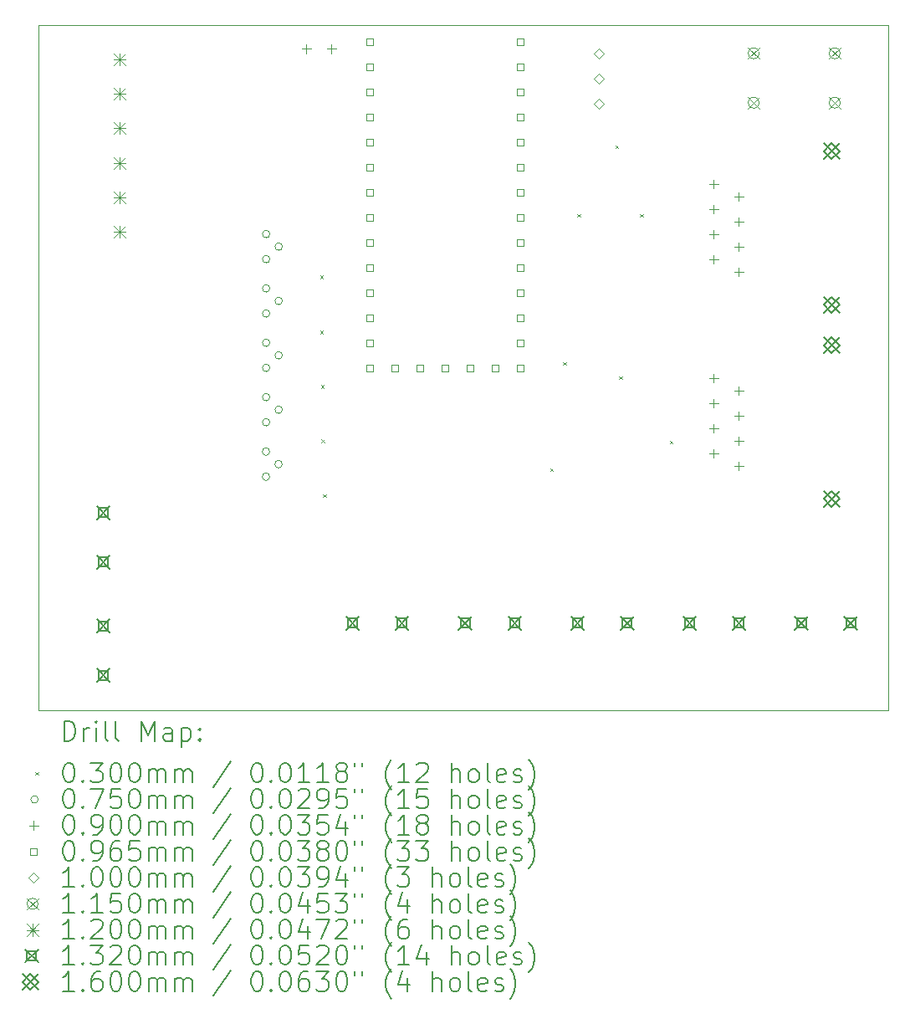
<source format=gbr>
%TF.GenerationSoftware,KiCad,Pcbnew,8.0.0*%
%TF.CreationDate,2024-12-24T11:36:40-06:00*%
%TF.ProjectId,Rain and Switches Control Board,5261696e-2061-46e6-9420-537769746368,rev?*%
%TF.SameCoordinates,Original*%
%TF.FileFunction,Drillmap*%
%TF.FilePolarity,Positive*%
%FSLAX45Y45*%
G04 Gerber Fmt 4.5, Leading zero omitted, Abs format (unit mm)*
G04 Created by KiCad (PCBNEW 8.0.0) date 2024-12-24 11:36:40*
%MOMM*%
%LPD*%
G01*
G04 APERTURE LIST*
%ADD10C,0.050000*%
%ADD11C,0.200000*%
%ADD12C,0.100000*%
%ADD13C,0.115000*%
%ADD14C,0.120000*%
%ADD15C,0.132000*%
%ADD16C,0.160000*%
G04 APERTURE END LIST*
D10*
X12940000Y-3914000D02*
X21537760Y-3914000D01*
X21537760Y-10848000D01*
X12940000Y-10848000D01*
X12940000Y-3914000D01*
D11*
D12*
X15789600Y-6449130D02*
X15819600Y-6479130D01*
X15819600Y-6449130D02*
X15789600Y-6479130D01*
X15789600Y-7009130D02*
X15819600Y-7039130D01*
X15819600Y-7009130D02*
X15789600Y-7039130D01*
X15800850Y-7560380D02*
X15830850Y-7590380D01*
X15830850Y-7560380D02*
X15800850Y-7590380D01*
X15804600Y-8109130D02*
X15834600Y-8139130D01*
X15834600Y-8109130D02*
X15804600Y-8139130D01*
X15819600Y-8664130D02*
X15849600Y-8694130D01*
X15849600Y-8664130D02*
X15819600Y-8694130D01*
X18119600Y-8402880D02*
X18149600Y-8432880D01*
X18149600Y-8402880D02*
X18119600Y-8432880D01*
X18249600Y-7327880D02*
X18279600Y-7357880D01*
X18279600Y-7327880D02*
X18249600Y-7357880D01*
X18394600Y-5827880D02*
X18424600Y-5857880D01*
X18424600Y-5827880D02*
X18394600Y-5857880D01*
X18779600Y-5132880D02*
X18809600Y-5162880D01*
X18809600Y-5132880D02*
X18779600Y-5162880D01*
X18819600Y-7472880D02*
X18849600Y-7502880D01*
X18849600Y-7472880D02*
X18819600Y-7502880D01*
X19029600Y-5827880D02*
X19059600Y-5857880D01*
X19059600Y-5827880D02*
X19029600Y-5857880D01*
X19329600Y-8122880D02*
X19359600Y-8152880D01*
X19359600Y-8122880D02*
X19329600Y-8152880D01*
X15280100Y-8234630D02*
G75*
G02*
X15205100Y-8234630I-37500J0D01*
G01*
X15205100Y-8234630D02*
G75*
G02*
X15280100Y-8234630I37500J0D01*
G01*
X15280100Y-8488630D02*
G75*
G02*
X15205100Y-8488630I-37500J0D01*
G01*
X15205100Y-8488630D02*
G75*
G02*
X15280100Y-8488630I37500J0D01*
G01*
X15282100Y-6032630D02*
G75*
G02*
X15207100Y-6032630I-37500J0D01*
G01*
X15207100Y-6032630D02*
G75*
G02*
X15282100Y-6032630I37500J0D01*
G01*
X15282100Y-6286630D02*
G75*
G02*
X15207100Y-6286630I-37500J0D01*
G01*
X15207100Y-6286630D02*
G75*
G02*
X15282100Y-6286630I37500J0D01*
G01*
X15282100Y-6582630D02*
G75*
G02*
X15207100Y-6582630I-37500J0D01*
G01*
X15207100Y-6582630D02*
G75*
G02*
X15282100Y-6582630I37500J0D01*
G01*
X15282100Y-6836630D02*
G75*
G02*
X15207100Y-6836630I-37500J0D01*
G01*
X15207100Y-6836630D02*
G75*
G02*
X15282100Y-6836630I37500J0D01*
G01*
X15282100Y-7132630D02*
G75*
G02*
X15207100Y-7132630I-37500J0D01*
G01*
X15207100Y-7132630D02*
G75*
G02*
X15282100Y-7132630I37500J0D01*
G01*
X15282100Y-7386630D02*
G75*
G02*
X15207100Y-7386630I-37500J0D01*
G01*
X15207100Y-7386630D02*
G75*
G02*
X15282100Y-7386630I37500J0D01*
G01*
X15282100Y-7682630D02*
G75*
G02*
X15207100Y-7682630I-37500J0D01*
G01*
X15207100Y-7682630D02*
G75*
G02*
X15282100Y-7682630I37500J0D01*
G01*
X15282100Y-7936630D02*
G75*
G02*
X15207100Y-7936630I-37500J0D01*
G01*
X15207100Y-7936630D02*
G75*
G02*
X15282100Y-7936630I37500J0D01*
G01*
X15407100Y-8361630D02*
G75*
G02*
X15332100Y-8361630I-37500J0D01*
G01*
X15332100Y-8361630D02*
G75*
G02*
X15407100Y-8361630I37500J0D01*
G01*
X15409100Y-6159630D02*
G75*
G02*
X15334100Y-6159630I-37500J0D01*
G01*
X15334100Y-6159630D02*
G75*
G02*
X15409100Y-6159630I37500J0D01*
G01*
X15409100Y-6709630D02*
G75*
G02*
X15334100Y-6709630I-37500J0D01*
G01*
X15334100Y-6709630D02*
G75*
G02*
X15409100Y-6709630I37500J0D01*
G01*
X15409100Y-7259630D02*
G75*
G02*
X15334100Y-7259630I-37500J0D01*
G01*
X15334100Y-7259630D02*
G75*
G02*
X15409100Y-7259630I37500J0D01*
G01*
X15409100Y-7809630D02*
G75*
G02*
X15334100Y-7809630I-37500J0D01*
G01*
X15334100Y-7809630D02*
G75*
G02*
X15409100Y-7809630I37500J0D01*
G01*
X15650600Y-4112880D02*
X15650600Y-4202880D01*
X15605600Y-4157880D02*
X15695600Y-4157880D01*
X15904600Y-4112880D02*
X15904600Y-4202880D01*
X15859600Y-4157880D02*
X15949600Y-4157880D01*
X19775600Y-5479880D02*
X19775600Y-5569880D01*
X19730600Y-5524880D02*
X19820600Y-5524880D01*
X19775600Y-5733880D02*
X19775600Y-5823880D01*
X19730600Y-5778880D02*
X19820600Y-5778880D01*
X19775600Y-5987880D02*
X19775600Y-6077880D01*
X19730600Y-6032880D02*
X19820600Y-6032880D01*
X19775600Y-6241880D02*
X19775600Y-6331880D01*
X19730600Y-6286880D02*
X19820600Y-6286880D01*
X19775600Y-7445380D02*
X19775600Y-7535380D01*
X19730600Y-7490380D02*
X19820600Y-7490380D01*
X19775600Y-7699380D02*
X19775600Y-7789380D01*
X19730600Y-7744380D02*
X19820600Y-7744380D01*
X19775600Y-7953380D02*
X19775600Y-8043380D01*
X19730600Y-7998380D02*
X19820600Y-7998380D01*
X19775600Y-8207380D02*
X19775600Y-8297380D01*
X19730600Y-8252380D02*
X19820600Y-8252380D01*
X20029600Y-5606880D02*
X20029600Y-5696880D01*
X19984600Y-5651880D02*
X20074600Y-5651880D01*
X20029600Y-5860880D02*
X20029600Y-5950880D01*
X19984600Y-5905880D02*
X20074600Y-5905880D01*
X20029600Y-6114880D02*
X20029600Y-6204880D01*
X19984600Y-6159880D02*
X20074600Y-6159880D01*
X20029600Y-6368880D02*
X20029600Y-6458880D01*
X19984600Y-6413880D02*
X20074600Y-6413880D01*
X20029600Y-7572380D02*
X20029600Y-7662380D01*
X19984600Y-7617380D02*
X20074600Y-7617380D01*
X20029600Y-7826380D02*
X20029600Y-7916380D01*
X19984600Y-7871380D02*
X20074600Y-7871380D01*
X20029600Y-8080380D02*
X20029600Y-8170380D01*
X19984600Y-8125380D02*
X20074600Y-8125380D01*
X20029600Y-8334380D02*
X20029600Y-8424380D01*
X19984600Y-8379380D02*
X20074600Y-8379380D01*
X16324718Y-4121998D02*
X16324718Y-4053762D01*
X16256482Y-4053762D01*
X16256482Y-4121998D01*
X16324718Y-4121998D01*
X16324718Y-4375998D02*
X16324718Y-4307762D01*
X16256482Y-4307762D01*
X16256482Y-4375998D01*
X16324718Y-4375998D01*
X16324718Y-4629998D02*
X16324718Y-4561762D01*
X16256482Y-4561762D01*
X16256482Y-4629998D01*
X16324718Y-4629998D01*
X16324718Y-4883998D02*
X16324718Y-4815762D01*
X16256482Y-4815762D01*
X16256482Y-4883998D01*
X16324718Y-4883998D01*
X16324718Y-5137998D02*
X16324718Y-5069762D01*
X16256482Y-5069762D01*
X16256482Y-5137998D01*
X16324718Y-5137998D01*
X16324718Y-5391998D02*
X16324718Y-5323762D01*
X16256482Y-5323762D01*
X16256482Y-5391998D01*
X16324718Y-5391998D01*
X16324718Y-5645998D02*
X16324718Y-5577762D01*
X16256482Y-5577762D01*
X16256482Y-5645998D01*
X16324718Y-5645998D01*
X16324718Y-5899998D02*
X16324718Y-5831762D01*
X16256482Y-5831762D01*
X16256482Y-5899998D01*
X16324718Y-5899998D01*
X16324718Y-6153998D02*
X16324718Y-6085762D01*
X16256482Y-6085762D01*
X16256482Y-6153998D01*
X16324718Y-6153998D01*
X16324718Y-6407998D02*
X16324718Y-6339762D01*
X16256482Y-6339762D01*
X16256482Y-6407998D01*
X16324718Y-6407998D01*
X16324718Y-6661998D02*
X16324718Y-6593762D01*
X16256482Y-6593762D01*
X16256482Y-6661998D01*
X16324718Y-6661998D01*
X16324718Y-6915998D02*
X16324718Y-6847762D01*
X16256482Y-6847762D01*
X16256482Y-6915998D01*
X16324718Y-6915998D01*
X16324718Y-7169998D02*
X16324718Y-7101762D01*
X16256482Y-7101762D01*
X16256482Y-7169998D01*
X16324718Y-7169998D01*
X16324718Y-7423998D02*
X16324718Y-7355762D01*
X16256482Y-7355762D01*
X16256482Y-7423998D01*
X16324718Y-7423998D01*
X16578718Y-7423998D02*
X16578718Y-7355762D01*
X16510482Y-7355762D01*
X16510482Y-7423998D01*
X16578718Y-7423998D01*
X16832718Y-7423998D02*
X16832718Y-7355762D01*
X16764482Y-7355762D01*
X16764482Y-7423998D01*
X16832718Y-7423998D01*
X17086718Y-7423998D02*
X17086718Y-7355762D01*
X17018482Y-7355762D01*
X17018482Y-7423998D01*
X17086718Y-7423998D01*
X17340718Y-7423998D02*
X17340718Y-7355762D01*
X17272482Y-7355762D01*
X17272482Y-7423998D01*
X17340718Y-7423998D01*
X17594718Y-7423998D02*
X17594718Y-7355762D01*
X17526482Y-7355762D01*
X17526482Y-7423998D01*
X17594718Y-7423998D01*
X17848718Y-4121998D02*
X17848718Y-4053762D01*
X17780482Y-4053762D01*
X17780482Y-4121998D01*
X17848718Y-4121998D01*
X17848718Y-4375998D02*
X17848718Y-4307762D01*
X17780482Y-4307762D01*
X17780482Y-4375998D01*
X17848718Y-4375998D01*
X17848718Y-4629998D02*
X17848718Y-4561762D01*
X17780482Y-4561762D01*
X17780482Y-4629998D01*
X17848718Y-4629998D01*
X17848718Y-4883998D02*
X17848718Y-4815762D01*
X17780482Y-4815762D01*
X17780482Y-4883998D01*
X17848718Y-4883998D01*
X17848718Y-5137998D02*
X17848718Y-5069762D01*
X17780482Y-5069762D01*
X17780482Y-5137998D01*
X17848718Y-5137998D01*
X17848718Y-5391998D02*
X17848718Y-5323762D01*
X17780482Y-5323762D01*
X17780482Y-5391998D01*
X17848718Y-5391998D01*
X17848718Y-5645998D02*
X17848718Y-5577762D01*
X17780482Y-5577762D01*
X17780482Y-5645998D01*
X17848718Y-5645998D01*
X17848718Y-5899998D02*
X17848718Y-5831762D01*
X17780482Y-5831762D01*
X17780482Y-5899998D01*
X17848718Y-5899998D01*
X17848718Y-6153998D02*
X17848718Y-6085762D01*
X17780482Y-6085762D01*
X17780482Y-6153998D01*
X17848718Y-6153998D01*
X17848718Y-6407998D02*
X17848718Y-6339762D01*
X17780482Y-6339762D01*
X17780482Y-6407998D01*
X17848718Y-6407998D01*
X17848718Y-6661998D02*
X17848718Y-6593762D01*
X17780482Y-6593762D01*
X17780482Y-6661998D01*
X17848718Y-6661998D01*
X17848718Y-6915998D02*
X17848718Y-6847762D01*
X17780482Y-6847762D01*
X17780482Y-6915998D01*
X17848718Y-6915998D01*
X17848718Y-7169998D02*
X17848718Y-7101762D01*
X17780482Y-7101762D01*
X17780482Y-7169998D01*
X17848718Y-7169998D01*
X17848718Y-7423998D02*
X17848718Y-7355762D01*
X17780482Y-7355762D01*
X17780482Y-7423998D01*
X17848718Y-7423998D01*
X18609600Y-4252880D02*
X18659600Y-4202880D01*
X18609600Y-4152880D01*
X18559600Y-4202880D01*
X18609600Y-4252880D01*
X18609600Y-4506880D02*
X18659600Y-4456880D01*
X18609600Y-4406880D01*
X18559600Y-4456880D01*
X18609600Y-4506880D01*
X18609600Y-4760880D02*
X18659600Y-4710880D01*
X18609600Y-4660880D01*
X18559600Y-4710880D01*
X18609600Y-4760880D01*
D13*
X20122100Y-4145380D02*
X20237100Y-4260380D01*
X20237100Y-4145380D02*
X20122100Y-4260380D01*
X20237100Y-4202880D02*
G75*
G02*
X20122100Y-4202880I-57500J0D01*
G01*
X20122100Y-4202880D02*
G75*
G02*
X20237100Y-4202880I57500J0D01*
G01*
X20122100Y-4645380D02*
X20237100Y-4760380D01*
X20237100Y-4645380D02*
X20122100Y-4760380D01*
X20237100Y-4702880D02*
G75*
G02*
X20122100Y-4702880I-57500J0D01*
G01*
X20122100Y-4702880D02*
G75*
G02*
X20237100Y-4702880I57500J0D01*
G01*
X20942100Y-4145380D02*
X21057100Y-4260380D01*
X21057100Y-4145380D02*
X20942100Y-4260380D01*
X21057100Y-4202880D02*
G75*
G02*
X20942100Y-4202880I-57500J0D01*
G01*
X20942100Y-4202880D02*
G75*
G02*
X21057100Y-4202880I57500J0D01*
G01*
X20942100Y-4645380D02*
X21057100Y-4760380D01*
X21057100Y-4645380D02*
X20942100Y-4760380D01*
X21057100Y-4702880D02*
G75*
G02*
X20942100Y-4702880I-57500J0D01*
G01*
X20942100Y-4702880D02*
G75*
G02*
X21057100Y-4702880I57500J0D01*
G01*
D14*
X13700719Y-4202080D02*
X13820719Y-4322080D01*
X13820719Y-4202080D02*
X13700719Y-4322080D01*
X13760719Y-4202080D02*
X13760719Y-4322080D01*
X13700719Y-4262080D02*
X13820719Y-4262080D01*
X13700719Y-4552080D02*
X13820719Y-4672080D01*
X13820719Y-4552080D02*
X13700719Y-4672080D01*
X13760719Y-4552080D02*
X13760719Y-4672080D01*
X13700719Y-4612080D02*
X13820719Y-4612080D01*
X13700719Y-4902080D02*
X13820719Y-5022080D01*
X13820719Y-4902080D02*
X13700719Y-5022080D01*
X13760719Y-4902080D02*
X13760719Y-5022080D01*
X13700719Y-4962080D02*
X13820719Y-4962080D01*
X13700719Y-5252080D02*
X13820719Y-5372080D01*
X13820719Y-5252080D02*
X13700719Y-5372080D01*
X13760719Y-5252080D02*
X13760719Y-5372080D01*
X13700719Y-5312080D02*
X13820719Y-5312080D01*
X13700719Y-5602080D02*
X13820719Y-5722080D01*
X13820719Y-5602080D02*
X13700719Y-5722080D01*
X13760719Y-5602080D02*
X13760719Y-5722080D01*
X13700719Y-5662080D02*
X13820719Y-5662080D01*
X13700719Y-5952080D02*
X13820719Y-6072080D01*
X13820719Y-5952080D02*
X13700719Y-6072080D01*
X13760719Y-5952080D02*
X13760719Y-6072080D01*
X13700719Y-6012080D02*
X13820719Y-6012080D01*
D15*
X13528600Y-8786380D02*
X13660600Y-8918380D01*
X13660600Y-8786380D02*
X13528600Y-8918380D01*
X13641269Y-8899050D02*
X13641269Y-8805711D01*
X13547930Y-8805711D01*
X13547930Y-8899050D01*
X13641269Y-8899050D01*
X13528600Y-9286380D02*
X13660600Y-9418380D01*
X13660600Y-9286380D02*
X13528600Y-9418380D01*
X13641269Y-9399050D02*
X13641269Y-9305711D01*
X13547930Y-9305711D01*
X13547930Y-9399050D01*
X13641269Y-9399050D01*
X13528600Y-9931880D02*
X13660600Y-10063880D01*
X13660600Y-9931880D02*
X13528600Y-10063880D01*
X13641269Y-10044550D02*
X13641269Y-9951211D01*
X13547930Y-9951211D01*
X13547930Y-10044550D01*
X13641269Y-10044550D01*
X13528600Y-10431880D02*
X13660600Y-10563880D01*
X13660600Y-10431880D02*
X13528600Y-10563880D01*
X13641269Y-10544550D02*
X13641269Y-10451211D01*
X13547930Y-10451211D01*
X13547930Y-10544550D01*
X13641269Y-10544550D01*
X16051880Y-9903280D02*
X16183880Y-10035280D01*
X16183880Y-9903280D02*
X16051880Y-10035280D01*
X16164549Y-10015950D02*
X16164549Y-9922611D01*
X16071210Y-9922611D01*
X16071210Y-10015950D01*
X16164549Y-10015950D01*
X16551880Y-9903280D02*
X16683880Y-10035280D01*
X16683880Y-9903280D02*
X16551880Y-10035280D01*
X16664549Y-10015950D02*
X16664549Y-9922611D01*
X16571210Y-9922611D01*
X16571210Y-10015950D01*
X16664549Y-10015950D01*
X17193880Y-9903280D02*
X17325880Y-10035280D01*
X17325880Y-9903280D02*
X17193880Y-10035280D01*
X17306550Y-10015950D02*
X17306550Y-9922611D01*
X17213211Y-9922611D01*
X17213211Y-10015950D01*
X17306550Y-10015950D01*
X17693880Y-9903280D02*
X17825880Y-10035280D01*
X17825880Y-9903280D02*
X17693880Y-10035280D01*
X17806550Y-10015950D02*
X17806550Y-9922611D01*
X17713211Y-9922611D01*
X17713211Y-10015950D01*
X17806550Y-10015950D01*
X18331880Y-9903280D02*
X18463880Y-10035280D01*
X18463880Y-9903280D02*
X18331880Y-10035280D01*
X18444550Y-10015950D02*
X18444550Y-9922611D01*
X18351211Y-9922611D01*
X18351211Y-10015950D01*
X18444550Y-10015950D01*
X18831880Y-9903280D02*
X18963880Y-10035280D01*
X18963880Y-9903280D02*
X18831880Y-10035280D01*
X18944550Y-10015950D02*
X18944550Y-9922611D01*
X18851211Y-9922611D01*
X18851211Y-10015950D01*
X18944550Y-10015950D01*
X19465880Y-9903280D02*
X19597880Y-10035280D01*
X19597880Y-9903280D02*
X19465880Y-10035280D01*
X19578550Y-10015950D02*
X19578550Y-9922611D01*
X19485211Y-9922611D01*
X19485211Y-10015950D01*
X19578550Y-10015950D01*
X19965880Y-9903280D02*
X20097880Y-10035280D01*
X20097880Y-9903280D02*
X19965880Y-10035280D01*
X20078550Y-10015950D02*
X20078550Y-9922611D01*
X19985211Y-9922611D01*
X19985211Y-10015950D01*
X20078550Y-10015950D01*
X20595880Y-9903280D02*
X20727880Y-10035280D01*
X20727880Y-9903280D02*
X20595880Y-10035280D01*
X20708550Y-10015950D02*
X20708550Y-9922611D01*
X20615211Y-9922611D01*
X20615211Y-10015950D01*
X20708550Y-10015950D01*
X21095880Y-9903280D02*
X21227880Y-10035280D01*
X21227880Y-9903280D02*
X21095880Y-10035280D01*
X21208550Y-10015950D02*
X21208550Y-9922611D01*
X21115211Y-9922611D01*
X21115211Y-10015950D01*
X21208550Y-10015950D01*
D16*
X20889600Y-5112380D02*
X21049600Y-5272380D01*
X21049600Y-5112380D02*
X20889600Y-5272380D01*
X20969600Y-5272380D02*
X21049600Y-5192380D01*
X20969600Y-5112380D01*
X20889600Y-5192380D01*
X20969600Y-5272380D01*
X20889600Y-6666380D02*
X21049600Y-6826380D01*
X21049600Y-6666380D02*
X20889600Y-6826380D01*
X20969600Y-6826380D02*
X21049600Y-6746380D01*
X20969600Y-6666380D01*
X20889600Y-6746380D01*
X20969600Y-6826380D01*
X20889600Y-7077880D02*
X21049600Y-7237880D01*
X21049600Y-7077880D02*
X20889600Y-7237880D01*
X20969600Y-7237880D02*
X21049600Y-7157880D01*
X20969600Y-7077880D01*
X20889600Y-7157880D01*
X20969600Y-7237880D01*
X20889600Y-8631880D02*
X21049600Y-8791880D01*
X21049600Y-8631880D02*
X20889600Y-8791880D01*
X20969600Y-8791880D02*
X21049600Y-8711880D01*
X20969600Y-8631880D01*
X20889600Y-8711880D01*
X20969600Y-8791880D01*
D11*
X13198277Y-11161984D02*
X13198277Y-10961984D01*
X13198277Y-10961984D02*
X13245896Y-10961984D01*
X13245896Y-10961984D02*
X13274467Y-10971508D01*
X13274467Y-10971508D02*
X13293515Y-10990555D01*
X13293515Y-10990555D02*
X13303039Y-11009603D01*
X13303039Y-11009603D02*
X13312562Y-11047698D01*
X13312562Y-11047698D02*
X13312562Y-11076270D01*
X13312562Y-11076270D02*
X13303039Y-11114365D01*
X13303039Y-11114365D02*
X13293515Y-11133412D01*
X13293515Y-11133412D02*
X13274467Y-11152460D01*
X13274467Y-11152460D02*
X13245896Y-11161984D01*
X13245896Y-11161984D02*
X13198277Y-11161984D01*
X13398277Y-11161984D02*
X13398277Y-11028650D01*
X13398277Y-11066746D02*
X13407801Y-11047698D01*
X13407801Y-11047698D02*
X13417324Y-11038174D01*
X13417324Y-11038174D02*
X13436372Y-11028650D01*
X13436372Y-11028650D02*
X13455420Y-11028650D01*
X13522086Y-11161984D02*
X13522086Y-11028650D01*
X13522086Y-10961984D02*
X13512562Y-10971508D01*
X13512562Y-10971508D02*
X13522086Y-10981031D01*
X13522086Y-10981031D02*
X13531610Y-10971508D01*
X13531610Y-10971508D02*
X13522086Y-10961984D01*
X13522086Y-10961984D02*
X13522086Y-10981031D01*
X13645896Y-11161984D02*
X13626848Y-11152460D01*
X13626848Y-11152460D02*
X13617324Y-11133412D01*
X13617324Y-11133412D02*
X13617324Y-10961984D01*
X13750658Y-11161984D02*
X13731610Y-11152460D01*
X13731610Y-11152460D02*
X13722086Y-11133412D01*
X13722086Y-11133412D02*
X13722086Y-10961984D01*
X13979229Y-11161984D02*
X13979229Y-10961984D01*
X13979229Y-10961984D02*
X14045896Y-11104841D01*
X14045896Y-11104841D02*
X14112562Y-10961984D01*
X14112562Y-10961984D02*
X14112562Y-11161984D01*
X14293515Y-11161984D02*
X14293515Y-11057222D01*
X14293515Y-11057222D02*
X14283991Y-11038174D01*
X14283991Y-11038174D02*
X14264943Y-11028650D01*
X14264943Y-11028650D02*
X14226848Y-11028650D01*
X14226848Y-11028650D02*
X14207801Y-11038174D01*
X14293515Y-11152460D02*
X14274467Y-11161984D01*
X14274467Y-11161984D02*
X14226848Y-11161984D01*
X14226848Y-11161984D02*
X14207801Y-11152460D01*
X14207801Y-11152460D02*
X14198277Y-11133412D01*
X14198277Y-11133412D02*
X14198277Y-11114365D01*
X14198277Y-11114365D02*
X14207801Y-11095317D01*
X14207801Y-11095317D02*
X14226848Y-11085793D01*
X14226848Y-11085793D02*
X14274467Y-11085793D01*
X14274467Y-11085793D02*
X14293515Y-11076270D01*
X14388753Y-11028650D02*
X14388753Y-11228650D01*
X14388753Y-11038174D02*
X14407801Y-11028650D01*
X14407801Y-11028650D02*
X14445896Y-11028650D01*
X14445896Y-11028650D02*
X14464943Y-11038174D01*
X14464943Y-11038174D02*
X14474467Y-11047698D01*
X14474467Y-11047698D02*
X14483991Y-11066746D01*
X14483991Y-11066746D02*
X14483991Y-11123889D01*
X14483991Y-11123889D02*
X14474467Y-11142936D01*
X14474467Y-11142936D02*
X14464943Y-11152460D01*
X14464943Y-11152460D02*
X14445896Y-11161984D01*
X14445896Y-11161984D02*
X14407801Y-11161984D01*
X14407801Y-11161984D02*
X14388753Y-11152460D01*
X14569705Y-11142936D02*
X14579229Y-11152460D01*
X14579229Y-11152460D02*
X14569705Y-11161984D01*
X14569705Y-11161984D02*
X14560182Y-11152460D01*
X14560182Y-11152460D02*
X14569705Y-11142936D01*
X14569705Y-11142936D02*
X14569705Y-11161984D01*
X14569705Y-11038174D02*
X14579229Y-11047698D01*
X14579229Y-11047698D02*
X14569705Y-11057222D01*
X14569705Y-11057222D02*
X14560182Y-11047698D01*
X14560182Y-11047698D02*
X14569705Y-11038174D01*
X14569705Y-11038174D02*
X14569705Y-11057222D01*
D12*
X12907500Y-11475500D02*
X12937500Y-11505500D01*
X12937500Y-11475500D02*
X12907500Y-11505500D01*
D11*
X13236372Y-11381984D02*
X13255420Y-11381984D01*
X13255420Y-11381984D02*
X13274467Y-11391508D01*
X13274467Y-11391508D02*
X13283991Y-11401031D01*
X13283991Y-11401031D02*
X13293515Y-11420079D01*
X13293515Y-11420079D02*
X13303039Y-11458174D01*
X13303039Y-11458174D02*
X13303039Y-11505793D01*
X13303039Y-11505793D02*
X13293515Y-11543888D01*
X13293515Y-11543888D02*
X13283991Y-11562936D01*
X13283991Y-11562936D02*
X13274467Y-11572460D01*
X13274467Y-11572460D02*
X13255420Y-11581984D01*
X13255420Y-11581984D02*
X13236372Y-11581984D01*
X13236372Y-11581984D02*
X13217324Y-11572460D01*
X13217324Y-11572460D02*
X13207801Y-11562936D01*
X13207801Y-11562936D02*
X13198277Y-11543888D01*
X13198277Y-11543888D02*
X13188753Y-11505793D01*
X13188753Y-11505793D02*
X13188753Y-11458174D01*
X13188753Y-11458174D02*
X13198277Y-11420079D01*
X13198277Y-11420079D02*
X13207801Y-11401031D01*
X13207801Y-11401031D02*
X13217324Y-11391508D01*
X13217324Y-11391508D02*
X13236372Y-11381984D01*
X13388753Y-11562936D02*
X13398277Y-11572460D01*
X13398277Y-11572460D02*
X13388753Y-11581984D01*
X13388753Y-11581984D02*
X13379229Y-11572460D01*
X13379229Y-11572460D02*
X13388753Y-11562936D01*
X13388753Y-11562936D02*
X13388753Y-11581984D01*
X13464943Y-11381984D02*
X13588753Y-11381984D01*
X13588753Y-11381984D02*
X13522086Y-11458174D01*
X13522086Y-11458174D02*
X13550658Y-11458174D01*
X13550658Y-11458174D02*
X13569705Y-11467698D01*
X13569705Y-11467698D02*
X13579229Y-11477222D01*
X13579229Y-11477222D02*
X13588753Y-11496269D01*
X13588753Y-11496269D02*
X13588753Y-11543888D01*
X13588753Y-11543888D02*
X13579229Y-11562936D01*
X13579229Y-11562936D02*
X13569705Y-11572460D01*
X13569705Y-11572460D02*
X13550658Y-11581984D01*
X13550658Y-11581984D02*
X13493515Y-11581984D01*
X13493515Y-11581984D02*
X13474467Y-11572460D01*
X13474467Y-11572460D02*
X13464943Y-11562936D01*
X13712562Y-11381984D02*
X13731610Y-11381984D01*
X13731610Y-11381984D02*
X13750658Y-11391508D01*
X13750658Y-11391508D02*
X13760182Y-11401031D01*
X13760182Y-11401031D02*
X13769705Y-11420079D01*
X13769705Y-11420079D02*
X13779229Y-11458174D01*
X13779229Y-11458174D02*
X13779229Y-11505793D01*
X13779229Y-11505793D02*
X13769705Y-11543888D01*
X13769705Y-11543888D02*
X13760182Y-11562936D01*
X13760182Y-11562936D02*
X13750658Y-11572460D01*
X13750658Y-11572460D02*
X13731610Y-11581984D01*
X13731610Y-11581984D02*
X13712562Y-11581984D01*
X13712562Y-11581984D02*
X13693515Y-11572460D01*
X13693515Y-11572460D02*
X13683991Y-11562936D01*
X13683991Y-11562936D02*
X13674467Y-11543888D01*
X13674467Y-11543888D02*
X13664943Y-11505793D01*
X13664943Y-11505793D02*
X13664943Y-11458174D01*
X13664943Y-11458174D02*
X13674467Y-11420079D01*
X13674467Y-11420079D02*
X13683991Y-11401031D01*
X13683991Y-11401031D02*
X13693515Y-11391508D01*
X13693515Y-11391508D02*
X13712562Y-11381984D01*
X13903039Y-11381984D02*
X13922086Y-11381984D01*
X13922086Y-11381984D02*
X13941134Y-11391508D01*
X13941134Y-11391508D02*
X13950658Y-11401031D01*
X13950658Y-11401031D02*
X13960182Y-11420079D01*
X13960182Y-11420079D02*
X13969705Y-11458174D01*
X13969705Y-11458174D02*
X13969705Y-11505793D01*
X13969705Y-11505793D02*
X13960182Y-11543888D01*
X13960182Y-11543888D02*
X13950658Y-11562936D01*
X13950658Y-11562936D02*
X13941134Y-11572460D01*
X13941134Y-11572460D02*
X13922086Y-11581984D01*
X13922086Y-11581984D02*
X13903039Y-11581984D01*
X13903039Y-11581984D02*
X13883991Y-11572460D01*
X13883991Y-11572460D02*
X13874467Y-11562936D01*
X13874467Y-11562936D02*
X13864943Y-11543888D01*
X13864943Y-11543888D02*
X13855420Y-11505793D01*
X13855420Y-11505793D02*
X13855420Y-11458174D01*
X13855420Y-11458174D02*
X13864943Y-11420079D01*
X13864943Y-11420079D02*
X13874467Y-11401031D01*
X13874467Y-11401031D02*
X13883991Y-11391508D01*
X13883991Y-11391508D02*
X13903039Y-11381984D01*
X14055420Y-11581984D02*
X14055420Y-11448650D01*
X14055420Y-11467698D02*
X14064943Y-11458174D01*
X14064943Y-11458174D02*
X14083991Y-11448650D01*
X14083991Y-11448650D02*
X14112563Y-11448650D01*
X14112563Y-11448650D02*
X14131610Y-11458174D01*
X14131610Y-11458174D02*
X14141134Y-11477222D01*
X14141134Y-11477222D02*
X14141134Y-11581984D01*
X14141134Y-11477222D02*
X14150658Y-11458174D01*
X14150658Y-11458174D02*
X14169705Y-11448650D01*
X14169705Y-11448650D02*
X14198277Y-11448650D01*
X14198277Y-11448650D02*
X14217324Y-11458174D01*
X14217324Y-11458174D02*
X14226848Y-11477222D01*
X14226848Y-11477222D02*
X14226848Y-11581984D01*
X14322086Y-11581984D02*
X14322086Y-11448650D01*
X14322086Y-11467698D02*
X14331610Y-11458174D01*
X14331610Y-11458174D02*
X14350658Y-11448650D01*
X14350658Y-11448650D02*
X14379229Y-11448650D01*
X14379229Y-11448650D02*
X14398277Y-11458174D01*
X14398277Y-11458174D02*
X14407801Y-11477222D01*
X14407801Y-11477222D02*
X14407801Y-11581984D01*
X14407801Y-11477222D02*
X14417324Y-11458174D01*
X14417324Y-11458174D02*
X14436372Y-11448650D01*
X14436372Y-11448650D02*
X14464943Y-11448650D01*
X14464943Y-11448650D02*
X14483991Y-11458174D01*
X14483991Y-11458174D02*
X14493515Y-11477222D01*
X14493515Y-11477222D02*
X14493515Y-11581984D01*
X14883991Y-11372460D02*
X14712563Y-11629603D01*
X15141134Y-11381984D02*
X15160182Y-11381984D01*
X15160182Y-11381984D02*
X15179229Y-11391508D01*
X15179229Y-11391508D02*
X15188753Y-11401031D01*
X15188753Y-11401031D02*
X15198277Y-11420079D01*
X15198277Y-11420079D02*
X15207801Y-11458174D01*
X15207801Y-11458174D02*
X15207801Y-11505793D01*
X15207801Y-11505793D02*
X15198277Y-11543888D01*
X15198277Y-11543888D02*
X15188753Y-11562936D01*
X15188753Y-11562936D02*
X15179229Y-11572460D01*
X15179229Y-11572460D02*
X15160182Y-11581984D01*
X15160182Y-11581984D02*
X15141134Y-11581984D01*
X15141134Y-11581984D02*
X15122086Y-11572460D01*
X15122086Y-11572460D02*
X15112563Y-11562936D01*
X15112563Y-11562936D02*
X15103039Y-11543888D01*
X15103039Y-11543888D02*
X15093515Y-11505793D01*
X15093515Y-11505793D02*
X15093515Y-11458174D01*
X15093515Y-11458174D02*
X15103039Y-11420079D01*
X15103039Y-11420079D02*
X15112563Y-11401031D01*
X15112563Y-11401031D02*
X15122086Y-11391508D01*
X15122086Y-11391508D02*
X15141134Y-11381984D01*
X15293515Y-11562936D02*
X15303039Y-11572460D01*
X15303039Y-11572460D02*
X15293515Y-11581984D01*
X15293515Y-11581984D02*
X15283991Y-11572460D01*
X15283991Y-11572460D02*
X15293515Y-11562936D01*
X15293515Y-11562936D02*
X15293515Y-11581984D01*
X15426848Y-11381984D02*
X15445896Y-11381984D01*
X15445896Y-11381984D02*
X15464944Y-11391508D01*
X15464944Y-11391508D02*
X15474467Y-11401031D01*
X15474467Y-11401031D02*
X15483991Y-11420079D01*
X15483991Y-11420079D02*
X15493515Y-11458174D01*
X15493515Y-11458174D02*
X15493515Y-11505793D01*
X15493515Y-11505793D02*
X15483991Y-11543888D01*
X15483991Y-11543888D02*
X15474467Y-11562936D01*
X15474467Y-11562936D02*
X15464944Y-11572460D01*
X15464944Y-11572460D02*
X15445896Y-11581984D01*
X15445896Y-11581984D02*
X15426848Y-11581984D01*
X15426848Y-11581984D02*
X15407801Y-11572460D01*
X15407801Y-11572460D02*
X15398277Y-11562936D01*
X15398277Y-11562936D02*
X15388753Y-11543888D01*
X15388753Y-11543888D02*
X15379229Y-11505793D01*
X15379229Y-11505793D02*
X15379229Y-11458174D01*
X15379229Y-11458174D02*
X15388753Y-11420079D01*
X15388753Y-11420079D02*
X15398277Y-11401031D01*
X15398277Y-11401031D02*
X15407801Y-11391508D01*
X15407801Y-11391508D02*
X15426848Y-11381984D01*
X15683991Y-11581984D02*
X15569706Y-11581984D01*
X15626848Y-11581984D02*
X15626848Y-11381984D01*
X15626848Y-11381984D02*
X15607801Y-11410555D01*
X15607801Y-11410555D02*
X15588753Y-11429603D01*
X15588753Y-11429603D02*
X15569706Y-11439127D01*
X15874467Y-11581984D02*
X15760182Y-11581984D01*
X15817325Y-11581984D02*
X15817325Y-11381984D01*
X15817325Y-11381984D02*
X15798277Y-11410555D01*
X15798277Y-11410555D02*
X15779229Y-11429603D01*
X15779229Y-11429603D02*
X15760182Y-11439127D01*
X15988753Y-11467698D02*
X15969706Y-11458174D01*
X15969706Y-11458174D02*
X15960182Y-11448650D01*
X15960182Y-11448650D02*
X15950658Y-11429603D01*
X15950658Y-11429603D02*
X15950658Y-11420079D01*
X15950658Y-11420079D02*
X15960182Y-11401031D01*
X15960182Y-11401031D02*
X15969706Y-11391508D01*
X15969706Y-11391508D02*
X15988753Y-11381984D01*
X15988753Y-11381984D02*
X16026848Y-11381984D01*
X16026848Y-11381984D02*
X16045896Y-11391508D01*
X16045896Y-11391508D02*
X16055420Y-11401031D01*
X16055420Y-11401031D02*
X16064944Y-11420079D01*
X16064944Y-11420079D02*
X16064944Y-11429603D01*
X16064944Y-11429603D02*
X16055420Y-11448650D01*
X16055420Y-11448650D02*
X16045896Y-11458174D01*
X16045896Y-11458174D02*
X16026848Y-11467698D01*
X16026848Y-11467698D02*
X15988753Y-11467698D01*
X15988753Y-11467698D02*
X15969706Y-11477222D01*
X15969706Y-11477222D02*
X15960182Y-11486746D01*
X15960182Y-11486746D02*
X15950658Y-11505793D01*
X15950658Y-11505793D02*
X15950658Y-11543888D01*
X15950658Y-11543888D02*
X15960182Y-11562936D01*
X15960182Y-11562936D02*
X15969706Y-11572460D01*
X15969706Y-11572460D02*
X15988753Y-11581984D01*
X15988753Y-11581984D02*
X16026848Y-11581984D01*
X16026848Y-11581984D02*
X16045896Y-11572460D01*
X16045896Y-11572460D02*
X16055420Y-11562936D01*
X16055420Y-11562936D02*
X16064944Y-11543888D01*
X16064944Y-11543888D02*
X16064944Y-11505793D01*
X16064944Y-11505793D02*
X16055420Y-11486746D01*
X16055420Y-11486746D02*
X16045896Y-11477222D01*
X16045896Y-11477222D02*
X16026848Y-11467698D01*
X16141134Y-11381984D02*
X16141134Y-11420079D01*
X16217325Y-11381984D02*
X16217325Y-11420079D01*
X16512563Y-11658174D02*
X16503039Y-11648650D01*
X16503039Y-11648650D02*
X16483991Y-11620079D01*
X16483991Y-11620079D02*
X16474468Y-11601031D01*
X16474468Y-11601031D02*
X16464944Y-11572460D01*
X16464944Y-11572460D02*
X16455420Y-11524841D01*
X16455420Y-11524841D02*
X16455420Y-11486746D01*
X16455420Y-11486746D02*
X16464944Y-11439127D01*
X16464944Y-11439127D02*
X16474468Y-11410555D01*
X16474468Y-11410555D02*
X16483991Y-11391508D01*
X16483991Y-11391508D02*
X16503039Y-11362936D01*
X16503039Y-11362936D02*
X16512563Y-11353412D01*
X16693515Y-11581984D02*
X16579229Y-11581984D01*
X16636372Y-11581984D02*
X16636372Y-11381984D01*
X16636372Y-11381984D02*
X16617325Y-11410555D01*
X16617325Y-11410555D02*
X16598277Y-11429603D01*
X16598277Y-11429603D02*
X16579229Y-11439127D01*
X16769706Y-11401031D02*
X16779230Y-11391508D01*
X16779230Y-11391508D02*
X16798277Y-11381984D01*
X16798277Y-11381984D02*
X16845896Y-11381984D01*
X16845896Y-11381984D02*
X16864944Y-11391508D01*
X16864944Y-11391508D02*
X16874468Y-11401031D01*
X16874468Y-11401031D02*
X16883991Y-11420079D01*
X16883991Y-11420079D02*
X16883991Y-11439127D01*
X16883991Y-11439127D02*
X16874468Y-11467698D01*
X16874468Y-11467698D02*
X16760182Y-11581984D01*
X16760182Y-11581984D02*
X16883991Y-11581984D01*
X17122087Y-11581984D02*
X17122087Y-11381984D01*
X17207801Y-11581984D02*
X17207801Y-11477222D01*
X17207801Y-11477222D02*
X17198277Y-11458174D01*
X17198277Y-11458174D02*
X17179230Y-11448650D01*
X17179230Y-11448650D02*
X17150658Y-11448650D01*
X17150658Y-11448650D02*
X17131611Y-11458174D01*
X17131611Y-11458174D02*
X17122087Y-11467698D01*
X17331611Y-11581984D02*
X17312563Y-11572460D01*
X17312563Y-11572460D02*
X17303039Y-11562936D01*
X17303039Y-11562936D02*
X17293515Y-11543888D01*
X17293515Y-11543888D02*
X17293515Y-11486746D01*
X17293515Y-11486746D02*
X17303039Y-11467698D01*
X17303039Y-11467698D02*
X17312563Y-11458174D01*
X17312563Y-11458174D02*
X17331611Y-11448650D01*
X17331611Y-11448650D02*
X17360182Y-11448650D01*
X17360182Y-11448650D02*
X17379230Y-11458174D01*
X17379230Y-11458174D02*
X17388753Y-11467698D01*
X17388753Y-11467698D02*
X17398277Y-11486746D01*
X17398277Y-11486746D02*
X17398277Y-11543888D01*
X17398277Y-11543888D02*
X17388753Y-11562936D01*
X17388753Y-11562936D02*
X17379230Y-11572460D01*
X17379230Y-11572460D02*
X17360182Y-11581984D01*
X17360182Y-11581984D02*
X17331611Y-11581984D01*
X17512563Y-11581984D02*
X17493515Y-11572460D01*
X17493515Y-11572460D02*
X17483992Y-11553412D01*
X17483992Y-11553412D02*
X17483992Y-11381984D01*
X17664944Y-11572460D02*
X17645896Y-11581984D01*
X17645896Y-11581984D02*
X17607801Y-11581984D01*
X17607801Y-11581984D02*
X17588753Y-11572460D01*
X17588753Y-11572460D02*
X17579230Y-11553412D01*
X17579230Y-11553412D02*
X17579230Y-11477222D01*
X17579230Y-11477222D02*
X17588753Y-11458174D01*
X17588753Y-11458174D02*
X17607801Y-11448650D01*
X17607801Y-11448650D02*
X17645896Y-11448650D01*
X17645896Y-11448650D02*
X17664944Y-11458174D01*
X17664944Y-11458174D02*
X17674468Y-11477222D01*
X17674468Y-11477222D02*
X17674468Y-11496269D01*
X17674468Y-11496269D02*
X17579230Y-11515317D01*
X17750658Y-11572460D02*
X17769706Y-11581984D01*
X17769706Y-11581984D02*
X17807801Y-11581984D01*
X17807801Y-11581984D02*
X17826849Y-11572460D01*
X17826849Y-11572460D02*
X17836373Y-11553412D01*
X17836373Y-11553412D02*
X17836373Y-11543888D01*
X17836373Y-11543888D02*
X17826849Y-11524841D01*
X17826849Y-11524841D02*
X17807801Y-11515317D01*
X17807801Y-11515317D02*
X17779230Y-11515317D01*
X17779230Y-11515317D02*
X17760182Y-11505793D01*
X17760182Y-11505793D02*
X17750658Y-11486746D01*
X17750658Y-11486746D02*
X17750658Y-11477222D01*
X17750658Y-11477222D02*
X17760182Y-11458174D01*
X17760182Y-11458174D02*
X17779230Y-11448650D01*
X17779230Y-11448650D02*
X17807801Y-11448650D01*
X17807801Y-11448650D02*
X17826849Y-11458174D01*
X17903039Y-11658174D02*
X17912563Y-11648650D01*
X17912563Y-11648650D02*
X17931611Y-11620079D01*
X17931611Y-11620079D02*
X17941134Y-11601031D01*
X17941134Y-11601031D02*
X17950658Y-11572460D01*
X17950658Y-11572460D02*
X17960182Y-11524841D01*
X17960182Y-11524841D02*
X17960182Y-11486746D01*
X17960182Y-11486746D02*
X17950658Y-11439127D01*
X17950658Y-11439127D02*
X17941134Y-11410555D01*
X17941134Y-11410555D02*
X17931611Y-11391508D01*
X17931611Y-11391508D02*
X17912563Y-11362936D01*
X17912563Y-11362936D02*
X17903039Y-11353412D01*
D12*
X12937500Y-11754500D02*
G75*
G02*
X12862500Y-11754500I-37500J0D01*
G01*
X12862500Y-11754500D02*
G75*
G02*
X12937500Y-11754500I37500J0D01*
G01*
D11*
X13236372Y-11645984D02*
X13255420Y-11645984D01*
X13255420Y-11645984D02*
X13274467Y-11655508D01*
X13274467Y-11655508D02*
X13283991Y-11665031D01*
X13283991Y-11665031D02*
X13293515Y-11684079D01*
X13293515Y-11684079D02*
X13303039Y-11722174D01*
X13303039Y-11722174D02*
X13303039Y-11769793D01*
X13303039Y-11769793D02*
X13293515Y-11807888D01*
X13293515Y-11807888D02*
X13283991Y-11826936D01*
X13283991Y-11826936D02*
X13274467Y-11836460D01*
X13274467Y-11836460D02*
X13255420Y-11845984D01*
X13255420Y-11845984D02*
X13236372Y-11845984D01*
X13236372Y-11845984D02*
X13217324Y-11836460D01*
X13217324Y-11836460D02*
X13207801Y-11826936D01*
X13207801Y-11826936D02*
X13198277Y-11807888D01*
X13198277Y-11807888D02*
X13188753Y-11769793D01*
X13188753Y-11769793D02*
X13188753Y-11722174D01*
X13188753Y-11722174D02*
X13198277Y-11684079D01*
X13198277Y-11684079D02*
X13207801Y-11665031D01*
X13207801Y-11665031D02*
X13217324Y-11655508D01*
X13217324Y-11655508D02*
X13236372Y-11645984D01*
X13388753Y-11826936D02*
X13398277Y-11836460D01*
X13398277Y-11836460D02*
X13388753Y-11845984D01*
X13388753Y-11845984D02*
X13379229Y-11836460D01*
X13379229Y-11836460D02*
X13388753Y-11826936D01*
X13388753Y-11826936D02*
X13388753Y-11845984D01*
X13464943Y-11645984D02*
X13598277Y-11645984D01*
X13598277Y-11645984D02*
X13512562Y-11845984D01*
X13769705Y-11645984D02*
X13674467Y-11645984D01*
X13674467Y-11645984D02*
X13664943Y-11741222D01*
X13664943Y-11741222D02*
X13674467Y-11731698D01*
X13674467Y-11731698D02*
X13693515Y-11722174D01*
X13693515Y-11722174D02*
X13741134Y-11722174D01*
X13741134Y-11722174D02*
X13760182Y-11731698D01*
X13760182Y-11731698D02*
X13769705Y-11741222D01*
X13769705Y-11741222D02*
X13779229Y-11760269D01*
X13779229Y-11760269D02*
X13779229Y-11807888D01*
X13779229Y-11807888D02*
X13769705Y-11826936D01*
X13769705Y-11826936D02*
X13760182Y-11836460D01*
X13760182Y-11836460D02*
X13741134Y-11845984D01*
X13741134Y-11845984D02*
X13693515Y-11845984D01*
X13693515Y-11845984D02*
X13674467Y-11836460D01*
X13674467Y-11836460D02*
X13664943Y-11826936D01*
X13903039Y-11645984D02*
X13922086Y-11645984D01*
X13922086Y-11645984D02*
X13941134Y-11655508D01*
X13941134Y-11655508D02*
X13950658Y-11665031D01*
X13950658Y-11665031D02*
X13960182Y-11684079D01*
X13960182Y-11684079D02*
X13969705Y-11722174D01*
X13969705Y-11722174D02*
X13969705Y-11769793D01*
X13969705Y-11769793D02*
X13960182Y-11807888D01*
X13960182Y-11807888D02*
X13950658Y-11826936D01*
X13950658Y-11826936D02*
X13941134Y-11836460D01*
X13941134Y-11836460D02*
X13922086Y-11845984D01*
X13922086Y-11845984D02*
X13903039Y-11845984D01*
X13903039Y-11845984D02*
X13883991Y-11836460D01*
X13883991Y-11836460D02*
X13874467Y-11826936D01*
X13874467Y-11826936D02*
X13864943Y-11807888D01*
X13864943Y-11807888D02*
X13855420Y-11769793D01*
X13855420Y-11769793D02*
X13855420Y-11722174D01*
X13855420Y-11722174D02*
X13864943Y-11684079D01*
X13864943Y-11684079D02*
X13874467Y-11665031D01*
X13874467Y-11665031D02*
X13883991Y-11655508D01*
X13883991Y-11655508D02*
X13903039Y-11645984D01*
X14055420Y-11845984D02*
X14055420Y-11712650D01*
X14055420Y-11731698D02*
X14064943Y-11722174D01*
X14064943Y-11722174D02*
X14083991Y-11712650D01*
X14083991Y-11712650D02*
X14112563Y-11712650D01*
X14112563Y-11712650D02*
X14131610Y-11722174D01*
X14131610Y-11722174D02*
X14141134Y-11741222D01*
X14141134Y-11741222D02*
X14141134Y-11845984D01*
X14141134Y-11741222D02*
X14150658Y-11722174D01*
X14150658Y-11722174D02*
X14169705Y-11712650D01*
X14169705Y-11712650D02*
X14198277Y-11712650D01*
X14198277Y-11712650D02*
X14217324Y-11722174D01*
X14217324Y-11722174D02*
X14226848Y-11741222D01*
X14226848Y-11741222D02*
X14226848Y-11845984D01*
X14322086Y-11845984D02*
X14322086Y-11712650D01*
X14322086Y-11731698D02*
X14331610Y-11722174D01*
X14331610Y-11722174D02*
X14350658Y-11712650D01*
X14350658Y-11712650D02*
X14379229Y-11712650D01*
X14379229Y-11712650D02*
X14398277Y-11722174D01*
X14398277Y-11722174D02*
X14407801Y-11741222D01*
X14407801Y-11741222D02*
X14407801Y-11845984D01*
X14407801Y-11741222D02*
X14417324Y-11722174D01*
X14417324Y-11722174D02*
X14436372Y-11712650D01*
X14436372Y-11712650D02*
X14464943Y-11712650D01*
X14464943Y-11712650D02*
X14483991Y-11722174D01*
X14483991Y-11722174D02*
X14493515Y-11741222D01*
X14493515Y-11741222D02*
X14493515Y-11845984D01*
X14883991Y-11636460D02*
X14712563Y-11893603D01*
X15141134Y-11645984D02*
X15160182Y-11645984D01*
X15160182Y-11645984D02*
X15179229Y-11655508D01*
X15179229Y-11655508D02*
X15188753Y-11665031D01*
X15188753Y-11665031D02*
X15198277Y-11684079D01*
X15198277Y-11684079D02*
X15207801Y-11722174D01*
X15207801Y-11722174D02*
X15207801Y-11769793D01*
X15207801Y-11769793D02*
X15198277Y-11807888D01*
X15198277Y-11807888D02*
X15188753Y-11826936D01*
X15188753Y-11826936D02*
X15179229Y-11836460D01*
X15179229Y-11836460D02*
X15160182Y-11845984D01*
X15160182Y-11845984D02*
X15141134Y-11845984D01*
X15141134Y-11845984D02*
X15122086Y-11836460D01*
X15122086Y-11836460D02*
X15112563Y-11826936D01*
X15112563Y-11826936D02*
X15103039Y-11807888D01*
X15103039Y-11807888D02*
X15093515Y-11769793D01*
X15093515Y-11769793D02*
X15093515Y-11722174D01*
X15093515Y-11722174D02*
X15103039Y-11684079D01*
X15103039Y-11684079D02*
X15112563Y-11665031D01*
X15112563Y-11665031D02*
X15122086Y-11655508D01*
X15122086Y-11655508D02*
X15141134Y-11645984D01*
X15293515Y-11826936D02*
X15303039Y-11836460D01*
X15303039Y-11836460D02*
X15293515Y-11845984D01*
X15293515Y-11845984D02*
X15283991Y-11836460D01*
X15283991Y-11836460D02*
X15293515Y-11826936D01*
X15293515Y-11826936D02*
X15293515Y-11845984D01*
X15426848Y-11645984D02*
X15445896Y-11645984D01*
X15445896Y-11645984D02*
X15464944Y-11655508D01*
X15464944Y-11655508D02*
X15474467Y-11665031D01*
X15474467Y-11665031D02*
X15483991Y-11684079D01*
X15483991Y-11684079D02*
X15493515Y-11722174D01*
X15493515Y-11722174D02*
X15493515Y-11769793D01*
X15493515Y-11769793D02*
X15483991Y-11807888D01*
X15483991Y-11807888D02*
X15474467Y-11826936D01*
X15474467Y-11826936D02*
X15464944Y-11836460D01*
X15464944Y-11836460D02*
X15445896Y-11845984D01*
X15445896Y-11845984D02*
X15426848Y-11845984D01*
X15426848Y-11845984D02*
X15407801Y-11836460D01*
X15407801Y-11836460D02*
X15398277Y-11826936D01*
X15398277Y-11826936D02*
X15388753Y-11807888D01*
X15388753Y-11807888D02*
X15379229Y-11769793D01*
X15379229Y-11769793D02*
X15379229Y-11722174D01*
X15379229Y-11722174D02*
X15388753Y-11684079D01*
X15388753Y-11684079D02*
X15398277Y-11665031D01*
X15398277Y-11665031D02*
X15407801Y-11655508D01*
X15407801Y-11655508D02*
X15426848Y-11645984D01*
X15569706Y-11665031D02*
X15579229Y-11655508D01*
X15579229Y-11655508D02*
X15598277Y-11645984D01*
X15598277Y-11645984D02*
X15645896Y-11645984D01*
X15645896Y-11645984D02*
X15664944Y-11655508D01*
X15664944Y-11655508D02*
X15674467Y-11665031D01*
X15674467Y-11665031D02*
X15683991Y-11684079D01*
X15683991Y-11684079D02*
X15683991Y-11703127D01*
X15683991Y-11703127D02*
X15674467Y-11731698D01*
X15674467Y-11731698D02*
X15560182Y-11845984D01*
X15560182Y-11845984D02*
X15683991Y-11845984D01*
X15779229Y-11845984D02*
X15817325Y-11845984D01*
X15817325Y-11845984D02*
X15836372Y-11836460D01*
X15836372Y-11836460D02*
X15845896Y-11826936D01*
X15845896Y-11826936D02*
X15864944Y-11798365D01*
X15864944Y-11798365D02*
X15874467Y-11760269D01*
X15874467Y-11760269D02*
X15874467Y-11684079D01*
X15874467Y-11684079D02*
X15864944Y-11665031D01*
X15864944Y-11665031D02*
X15855420Y-11655508D01*
X15855420Y-11655508D02*
X15836372Y-11645984D01*
X15836372Y-11645984D02*
X15798277Y-11645984D01*
X15798277Y-11645984D02*
X15779229Y-11655508D01*
X15779229Y-11655508D02*
X15769706Y-11665031D01*
X15769706Y-11665031D02*
X15760182Y-11684079D01*
X15760182Y-11684079D02*
X15760182Y-11731698D01*
X15760182Y-11731698D02*
X15769706Y-11750746D01*
X15769706Y-11750746D02*
X15779229Y-11760269D01*
X15779229Y-11760269D02*
X15798277Y-11769793D01*
X15798277Y-11769793D02*
X15836372Y-11769793D01*
X15836372Y-11769793D02*
X15855420Y-11760269D01*
X15855420Y-11760269D02*
X15864944Y-11750746D01*
X15864944Y-11750746D02*
X15874467Y-11731698D01*
X16055420Y-11645984D02*
X15960182Y-11645984D01*
X15960182Y-11645984D02*
X15950658Y-11741222D01*
X15950658Y-11741222D02*
X15960182Y-11731698D01*
X15960182Y-11731698D02*
X15979229Y-11722174D01*
X15979229Y-11722174D02*
X16026848Y-11722174D01*
X16026848Y-11722174D02*
X16045896Y-11731698D01*
X16045896Y-11731698D02*
X16055420Y-11741222D01*
X16055420Y-11741222D02*
X16064944Y-11760269D01*
X16064944Y-11760269D02*
X16064944Y-11807888D01*
X16064944Y-11807888D02*
X16055420Y-11826936D01*
X16055420Y-11826936D02*
X16045896Y-11836460D01*
X16045896Y-11836460D02*
X16026848Y-11845984D01*
X16026848Y-11845984D02*
X15979229Y-11845984D01*
X15979229Y-11845984D02*
X15960182Y-11836460D01*
X15960182Y-11836460D02*
X15950658Y-11826936D01*
X16141134Y-11645984D02*
X16141134Y-11684079D01*
X16217325Y-11645984D02*
X16217325Y-11684079D01*
X16512563Y-11922174D02*
X16503039Y-11912650D01*
X16503039Y-11912650D02*
X16483991Y-11884079D01*
X16483991Y-11884079D02*
X16474468Y-11865031D01*
X16474468Y-11865031D02*
X16464944Y-11836460D01*
X16464944Y-11836460D02*
X16455420Y-11788841D01*
X16455420Y-11788841D02*
X16455420Y-11750746D01*
X16455420Y-11750746D02*
X16464944Y-11703127D01*
X16464944Y-11703127D02*
X16474468Y-11674555D01*
X16474468Y-11674555D02*
X16483991Y-11655508D01*
X16483991Y-11655508D02*
X16503039Y-11626936D01*
X16503039Y-11626936D02*
X16512563Y-11617412D01*
X16693515Y-11845984D02*
X16579229Y-11845984D01*
X16636372Y-11845984D02*
X16636372Y-11645984D01*
X16636372Y-11645984D02*
X16617325Y-11674555D01*
X16617325Y-11674555D02*
X16598277Y-11693603D01*
X16598277Y-11693603D02*
X16579229Y-11703127D01*
X16874468Y-11645984D02*
X16779230Y-11645984D01*
X16779230Y-11645984D02*
X16769706Y-11741222D01*
X16769706Y-11741222D02*
X16779230Y-11731698D01*
X16779230Y-11731698D02*
X16798277Y-11722174D01*
X16798277Y-11722174D02*
X16845896Y-11722174D01*
X16845896Y-11722174D02*
X16864944Y-11731698D01*
X16864944Y-11731698D02*
X16874468Y-11741222D01*
X16874468Y-11741222D02*
X16883991Y-11760269D01*
X16883991Y-11760269D02*
X16883991Y-11807888D01*
X16883991Y-11807888D02*
X16874468Y-11826936D01*
X16874468Y-11826936D02*
X16864944Y-11836460D01*
X16864944Y-11836460D02*
X16845896Y-11845984D01*
X16845896Y-11845984D02*
X16798277Y-11845984D01*
X16798277Y-11845984D02*
X16779230Y-11836460D01*
X16779230Y-11836460D02*
X16769706Y-11826936D01*
X17122087Y-11845984D02*
X17122087Y-11645984D01*
X17207801Y-11845984D02*
X17207801Y-11741222D01*
X17207801Y-11741222D02*
X17198277Y-11722174D01*
X17198277Y-11722174D02*
X17179230Y-11712650D01*
X17179230Y-11712650D02*
X17150658Y-11712650D01*
X17150658Y-11712650D02*
X17131611Y-11722174D01*
X17131611Y-11722174D02*
X17122087Y-11731698D01*
X17331611Y-11845984D02*
X17312563Y-11836460D01*
X17312563Y-11836460D02*
X17303039Y-11826936D01*
X17303039Y-11826936D02*
X17293515Y-11807888D01*
X17293515Y-11807888D02*
X17293515Y-11750746D01*
X17293515Y-11750746D02*
X17303039Y-11731698D01*
X17303039Y-11731698D02*
X17312563Y-11722174D01*
X17312563Y-11722174D02*
X17331611Y-11712650D01*
X17331611Y-11712650D02*
X17360182Y-11712650D01*
X17360182Y-11712650D02*
X17379230Y-11722174D01*
X17379230Y-11722174D02*
X17388753Y-11731698D01*
X17388753Y-11731698D02*
X17398277Y-11750746D01*
X17398277Y-11750746D02*
X17398277Y-11807888D01*
X17398277Y-11807888D02*
X17388753Y-11826936D01*
X17388753Y-11826936D02*
X17379230Y-11836460D01*
X17379230Y-11836460D02*
X17360182Y-11845984D01*
X17360182Y-11845984D02*
X17331611Y-11845984D01*
X17512563Y-11845984D02*
X17493515Y-11836460D01*
X17493515Y-11836460D02*
X17483992Y-11817412D01*
X17483992Y-11817412D02*
X17483992Y-11645984D01*
X17664944Y-11836460D02*
X17645896Y-11845984D01*
X17645896Y-11845984D02*
X17607801Y-11845984D01*
X17607801Y-11845984D02*
X17588753Y-11836460D01*
X17588753Y-11836460D02*
X17579230Y-11817412D01*
X17579230Y-11817412D02*
X17579230Y-11741222D01*
X17579230Y-11741222D02*
X17588753Y-11722174D01*
X17588753Y-11722174D02*
X17607801Y-11712650D01*
X17607801Y-11712650D02*
X17645896Y-11712650D01*
X17645896Y-11712650D02*
X17664944Y-11722174D01*
X17664944Y-11722174D02*
X17674468Y-11741222D01*
X17674468Y-11741222D02*
X17674468Y-11760269D01*
X17674468Y-11760269D02*
X17579230Y-11779317D01*
X17750658Y-11836460D02*
X17769706Y-11845984D01*
X17769706Y-11845984D02*
X17807801Y-11845984D01*
X17807801Y-11845984D02*
X17826849Y-11836460D01*
X17826849Y-11836460D02*
X17836373Y-11817412D01*
X17836373Y-11817412D02*
X17836373Y-11807888D01*
X17836373Y-11807888D02*
X17826849Y-11788841D01*
X17826849Y-11788841D02*
X17807801Y-11779317D01*
X17807801Y-11779317D02*
X17779230Y-11779317D01*
X17779230Y-11779317D02*
X17760182Y-11769793D01*
X17760182Y-11769793D02*
X17750658Y-11750746D01*
X17750658Y-11750746D02*
X17750658Y-11741222D01*
X17750658Y-11741222D02*
X17760182Y-11722174D01*
X17760182Y-11722174D02*
X17779230Y-11712650D01*
X17779230Y-11712650D02*
X17807801Y-11712650D01*
X17807801Y-11712650D02*
X17826849Y-11722174D01*
X17903039Y-11922174D02*
X17912563Y-11912650D01*
X17912563Y-11912650D02*
X17931611Y-11884079D01*
X17931611Y-11884079D02*
X17941134Y-11865031D01*
X17941134Y-11865031D02*
X17950658Y-11836460D01*
X17950658Y-11836460D02*
X17960182Y-11788841D01*
X17960182Y-11788841D02*
X17960182Y-11750746D01*
X17960182Y-11750746D02*
X17950658Y-11703127D01*
X17950658Y-11703127D02*
X17941134Y-11674555D01*
X17941134Y-11674555D02*
X17931611Y-11655508D01*
X17931611Y-11655508D02*
X17912563Y-11626936D01*
X17912563Y-11626936D02*
X17903039Y-11617412D01*
D12*
X12892500Y-11973500D02*
X12892500Y-12063500D01*
X12847500Y-12018500D02*
X12937500Y-12018500D01*
D11*
X13236372Y-11909984D02*
X13255420Y-11909984D01*
X13255420Y-11909984D02*
X13274467Y-11919508D01*
X13274467Y-11919508D02*
X13283991Y-11929031D01*
X13283991Y-11929031D02*
X13293515Y-11948079D01*
X13293515Y-11948079D02*
X13303039Y-11986174D01*
X13303039Y-11986174D02*
X13303039Y-12033793D01*
X13303039Y-12033793D02*
X13293515Y-12071888D01*
X13293515Y-12071888D02*
X13283991Y-12090936D01*
X13283991Y-12090936D02*
X13274467Y-12100460D01*
X13274467Y-12100460D02*
X13255420Y-12109984D01*
X13255420Y-12109984D02*
X13236372Y-12109984D01*
X13236372Y-12109984D02*
X13217324Y-12100460D01*
X13217324Y-12100460D02*
X13207801Y-12090936D01*
X13207801Y-12090936D02*
X13198277Y-12071888D01*
X13198277Y-12071888D02*
X13188753Y-12033793D01*
X13188753Y-12033793D02*
X13188753Y-11986174D01*
X13188753Y-11986174D02*
X13198277Y-11948079D01*
X13198277Y-11948079D02*
X13207801Y-11929031D01*
X13207801Y-11929031D02*
X13217324Y-11919508D01*
X13217324Y-11919508D02*
X13236372Y-11909984D01*
X13388753Y-12090936D02*
X13398277Y-12100460D01*
X13398277Y-12100460D02*
X13388753Y-12109984D01*
X13388753Y-12109984D02*
X13379229Y-12100460D01*
X13379229Y-12100460D02*
X13388753Y-12090936D01*
X13388753Y-12090936D02*
X13388753Y-12109984D01*
X13493515Y-12109984D02*
X13531610Y-12109984D01*
X13531610Y-12109984D02*
X13550658Y-12100460D01*
X13550658Y-12100460D02*
X13560182Y-12090936D01*
X13560182Y-12090936D02*
X13579229Y-12062365D01*
X13579229Y-12062365D02*
X13588753Y-12024269D01*
X13588753Y-12024269D02*
X13588753Y-11948079D01*
X13588753Y-11948079D02*
X13579229Y-11929031D01*
X13579229Y-11929031D02*
X13569705Y-11919508D01*
X13569705Y-11919508D02*
X13550658Y-11909984D01*
X13550658Y-11909984D02*
X13512562Y-11909984D01*
X13512562Y-11909984D02*
X13493515Y-11919508D01*
X13493515Y-11919508D02*
X13483991Y-11929031D01*
X13483991Y-11929031D02*
X13474467Y-11948079D01*
X13474467Y-11948079D02*
X13474467Y-11995698D01*
X13474467Y-11995698D02*
X13483991Y-12014746D01*
X13483991Y-12014746D02*
X13493515Y-12024269D01*
X13493515Y-12024269D02*
X13512562Y-12033793D01*
X13512562Y-12033793D02*
X13550658Y-12033793D01*
X13550658Y-12033793D02*
X13569705Y-12024269D01*
X13569705Y-12024269D02*
X13579229Y-12014746D01*
X13579229Y-12014746D02*
X13588753Y-11995698D01*
X13712562Y-11909984D02*
X13731610Y-11909984D01*
X13731610Y-11909984D02*
X13750658Y-11919508D01*
X13750658Y-11919508D02*
X13760182Y-11929031D01*
X13760182Y-11929031D02*
X13769705Y-11948079D01*
X13769705Y-11948079D02*
X13779229Y-11986174D01*
X13779229Y-11986174D02*
X13779229Y-12033793D01*
X13779229Y-12033793D02*
X13769705Y-12071888D01*
X13769705Y-12071888D02*
X13760182Y-12090936D01*
X13760182Y-12090936D02*
X13750658Y-12100460D01*
X13750658Y-12100460D02*
X13731610Y-12109984D01*
X13731610Y-12109984D02*
X13712562Y-12109984D01*
X13712562Y-12109984D02*
X13693515Y-12100460D01*
X13693515Y-12100460D02*
X13683991Y-12090936D01*
X13683991Y-12090936D02*
X13674467Y-12071888D01*
X13674467Y-12071888D02*
X13664943Y-12033793D01*
X13664943Y-12033793D02*
X13664943Y-11986174D01*
X13664943Y-11986174D02*
X13674467Y-11948079D01*
X13674467Y-11948079D02*
X13683991Y-11929031D01*
X13683991Y-11929031D02*
X13693515Y-11919508D01*
X13693515Y-11919508D02*
X13712562Y-11909984D01*
X13903039Y-11909984D02*
X13922086Y-11909984D01*
X13922086Y-11909984D02*
X13941134Y-11919508D01*
X13941134Y-11919508D02*
X13950658Y-11929031D01*
X13950658Y-11929031D02*
X13960182Y-11948079D01*
X13960182Y-11948079D02*
X13969705Y-11986174D01*
X13969705Y-11986174D02*
X13969705Y-12033793D01*
X13969705Y-12033793D02*
X13960182Y-12071888D01*
X13960182Y-12071888D02*
X13950658Y-12090936D01*
X13950658Y-12090936D02*
X13941134Y-12100460D01*
X13941134Y-12100460D02*
X13922086Y-12109984D01*
X13922086Y-12109984D02*
X13903039Y-12109984D01*
X13903039Y-12109984D02*
X13883991Y-12100460D01*
X13883991Y-12100460D02*
X13874467Y-12090936D01*
X13874467Y-12090936D02*
X13864943Y-12071888D01*
X13864943Y-12071888D02*
X13855420Y-12033793D01*
X13855420Y-12033793D02*
X13855420Y-11986174D01*
X13855420Y-11986174D02*
X13864943Y-11948079D01*
X13864943Y-11948079D02*
X13874467Y-11929031D01*
X13874467Y-11929031D02*
X13883991Y-11919508D01*
X13883991Y-11919508D02*
X13903039Y-11909984D01*
X14055420Y-12109984D02*
X14055420Y-11976650D01*
X14055420Y-11995698D02*
X14064943Y-11986174D01*
X14064943Y-11986174D02*
X14083991Y-11976650D01*
X14083991Y-11976650D02*
X14112563Y-11976650D01*
X14112563Y-11976650D02*
X14131610Y-11986174D01*
X14131610Y-11986174D02*
X14141134Y-12005222D01*
X14141134Y-12005222D02*
X14141134Y-12109984D01*
X14141134Y-12005222D02*
X14150658Y-11986174D01*
X14150658Y-11986174D02*
X14169705Y-11976650D01*
X14169705Y-11976650D02*
X14198277Y-11976650D01*
X14198277Y-11976650D02*
X14217324Y-11986174D01*
X14217324Y-11986174D02*
X14226848Y-12005222D01*
X14226848Y-12005222D02*
X14226848Y-12109984D01*
X14322086Y-12109984D02*
X14322086Y-11976650D01*
X14322086Y-11995698D02*
X14331610Y-11986174D01*
X14331610Y-11986174D02*
X14350658Y-11976650D01*
X14350658Y-11976650D02*
X14379229Y-11976650D01*
X14379229Y-11976650D02*
X14398277Y-11986174D01*
X14398277Y-11986174D02*
X14407801Y-12005222D01*
X14407801Y-12005222D02*
X14407801Y-12109984D01*
X14407801Y-12005222D02*
X14417324Y-11986174D01*
X14417324Y-11986174D02*
X14436372Y-11976650D01*
X14436372Y-11976650D02*
X14464943Y-11976650D01*
X14464943Y-11976650D02*
X14483991Y-11986174D01*
X14483991Y-11986174D02*
X14493515Y-12005222D01*
X14493515Y-12005222D02*
X14493515Y-12109984D01*
X14883991Y-11900460D02*
X14712563Y-12157603D01*
X15141134Y-11909984D02*
X15160182Y-11909984D01*
X15160182Y-11909984D02*
X15179229Y-11919508D01*
X15179229Y-11919508D02*
X15188753Y-11929031D01*
X15188753Y-11929031D02*
X15198277Y-11948079D01*
X15198277Y-11948079D02*
X15207801Y-11986174D01*
X15207801Y-11986174D02*
X15207801Y-12033793D01*
X15207801Y-12033793D02*
X15198277Y-12071888D01*
X15198277Y-12071888D02*
X15188753Y-12090936D01*
X15188753Y-12090936D02*
X15179229Y-12100460D01*
X15179229Y-12100460D02*
X15160182Y-12109984D01*
X15160182Y-12109984D02*
X15141134Y-12109984D01*
X15141134Y-12109984D02*
X15122086Y-12100460D01*
X15122086Y-12100460D02*
X15112563Y-12090936D01*
X15112563Y-12090936D02*
X15103039Y-12071888D01*
X15103039Y-12071888D02*
X15093515Y-12033793D01*
X15093515Y-12033793D02*
X15093515Y-11986174D01*
X15093515Y-11986174D02*
X15103039Y-11948079D01*
X15103039Y-11948079D02*
X15112563Y-11929031D01*
X15112563Y-11929031D02*
X15122086Y-11919508D01*
X15122086Y-11919508D02*
X15141134Y-11909984D01*
X15293515Y-12090936D02*
X15303039Y-12100460D01*
X15303039Y-12100460D02*
X15293515Y-12109984D01*
X15293515Y-12109984D02*
X15283991Y-12100460D01*
X15283991Y-12100460D02*
X15293515Y-12090936D01*
X15293515Y-12090936D02*
X15293515Y-12109984D01*
X15426848Y-11909984D02*
X15445896Y-11909984D01*
X15445896Y-11909984D02*
X15464944Y-11919508D01*
X15464944Y-11919508D02*
X15474467Y-11929031D01*
X15474467Y-11929031D02*
X15483991Y-11948079D01*
X15483991Y-11948079D02*
X15493515Y-11986174D01*
X15493515Y-11986174D02*
X15493515Y-12033793D01*
X15493515Y-12033793D02*
X15483991Y-12071888D01*
X15483991Y-12071888D02*
X15474467Y-12090936D01*
X15474467Y-12090936D02*
X15464944Y-12100460D01*
X15464944Y-12100460D02*
X15445896Y-12109984D01*
X15445896Y-12109984D02*
X15426848Y-12109984D01*
X15426848Y-12109984D02*
X15407801Y-12100460D01*
X15407801Y-12100460D02*
X15398277Y-12090936D01*
X15398277Y-12090936D02*
X15388753Y-12071888D01*
X15388753Y-12071888D02*
X15379229Y-12033793D01*
X15379229Y-12033793D02*
X15379229Y-11986174D01*
X15379229Y-11986174D02*
X15388753Y-11948079D01*
X15388753Y-11948079D02*
X15398277Y-11929031D01*
X15398277Y-11929031D02*
X15407801Y-11919508D01*
X15407801Y-11919508D02*
X15426848Y-11909984D01*
X15560182Y-11909984D02*
X15683991Y-11909984D01*
X15683991Y-11909984D02*
X15617325Y-11986174D01*
X15617325Y-11986174D02*
X15645896Y-11986174D01*
X15645896Y-11986174D02*
X15664944Y-11995698D01*
X15664944Y-11995698D02*
X15674467Y-12005222D01*
X15674467Y-12005222D02*
X15683991Y-12024269D01*
X15683991Y-12024269D02*
X15683991Y-12071888D01*
X15683991Y-12071888D02*
X15674467Y-12090936D01*
X15674467Y-12090936D02*
X15664944Y-12100460D01*
X15664944Y-12100460D02*
X15645896Y-12109984D01*
X15645896Y-12109984D02*
X15588753Y-12109984D01*
X15588753Y-12109984D02*
X15569706Y-12100460D01*
X15569706Y-12100460D02*
X15560182Y-12090936D01*
X15864944Y-11909984D02*
X15769706Y-11909984D01*
X15769706Y-11909984D02*
X15760182Y-12005222D01*
X15760182Y-12005222D02*
X15769706Y-11995698D01*
X15769706Y-11995698D02*
X15788753Y-11986174D01*
X15788753Y-11986174D02*
X15836372Y-11986174D01*
X15836372Y-11986174D02*
X15855420Y-11995698D01*
X15855420Y-11995698D02*
X15864944Y-12005222D01*
X15864944Y-12005222D02*
X15874467Y-12024269D01*
X15874467Y-12024269D02*
X15874467Y-12071888D01*
X15874467Y-12071888D02*
X15864944Y-12090936D01*
X15864944Y-12090936D02*
X15855420Y-12100460D01*
X15855420Y-12100460D02*
X15836372Y-12109984D01*
X15836372Y-12109984D02*
X15788753Y-12109984D01*
X15788753Y-12109984D02*
X15769706Y-12100460D01*
X15769706Y-12100460D02*
X15760182Y-12090936D01*
X16045896Y-11976650D02*
X16045896Y-12109984D01*
X15998277Y-11900460D02*
X15950658Y-12043317D01*
X15950658Y-12043317D02*
X16074467Y-12043317D01*
X16141134Y-11909984D02*
X16141134Y-11948079D01*
X16217325Y-11909984D02*
X16217325Y-11948079D01*
X16512563Y-12186174D02*
X16503039Y-12176650D01*
X16503039Y-12176650D02*
X16483991Y-12148079D01*
X16483991Y-12148079D02*
X16474468Y-12129031D01*
X16474468Y-12129031D02*
X16464944Y-12100460D01*
X16464944Y-12100460D02*
X16455420Y-12052841D01*
X16455420Y-12052841D02*
X16455420Y-12014746D01*
X16455420Y-12014746D02*
X16464944Y-11967127D01*
X16464944Y-11967127D02*
X16474468Y-11938555D01*
X16474468Y-11938555D02*
X16483991Y-11919508D01*
X16483991Y-11919508D02*
X16503039Y-11890936D01*
X16503039Y-11890936D02*
X16512563Y-11881412D01*
X16693515Y-12109984D02*
X16579229Y-12109984D01*
X16636372Y-12109984D02*
X16636372Y-11909984D01*
X16636372Y-11909984D02*
X16617325Y-11938555D01*
X16617325Y-11938555D02*
X16598277Y-11957603D01*
X16598277Y-11957603D02*
X16579229Y-11967127D01*
X16807801Y-11995698D02*
X16788753Y-11986174D01*
X16788753Y-11986174D02*
X16779230Y-11976650D01*
X16779230Y-11976650D02*
X16769706Y-11957603D01*
X16769706Y-11957603D02*
X16769706Y-11948079D01*
X16769706Y-11948079D02*
X16779230Y-11929031D01*
X16779230Y-11929031D02*
X16788753Y-11919508D01*
X16788753Y-11919508D02*
X16807801Y-11909984D01*
X16807801Y-11909984D02*
X16845896Y-11909984D01*
X16845896Y-11909984D02*
X16864944Y-11919508D01*
X16864944Y-11919508D02*
X16874468Y-11929031D01*
X16874468Y-11929031D02*
X16883991Y-11948079D01*
X16883991Y-11948079D02*
X16883991Y-11957603D01*
X16883991Y-11957603D02*
X16874468Y-11976650D01*
X16874468Y-11976650D02*
X16864944Y-11986174D01*
X16864944Y-11986174D02*
X16845896Y-11995698D01*
X16845896Y-11995698D02*
X16807801Y-11995698D01*
X16807801Y-11995698D02*
X16788753Y-12005222D01*
X16788753Y-12005222D02*
X16779230Y-12014746D01*
X16779230Y-12014746D02*
X16769706Y-12033793D01*
X16769706Y-12033793D02*
X16769706Y-12071888D01*
X16769706Y-12071888D02*
X16779230Y-12090936D01*
X16779230Y-12090936D02*
X16788753Y-12100460D01*
X16788753Y-12100460D02*
X16807801Y-12109984D01*
X16807801Y-12109984D02*
X16845896Y-12109984D01*
X16845896Y-12109984D02*
X16864944Y-12100460D01*
X16864944Y-12100460D02*
X16874468Y-12090936D01*
X16874468Y-12090936D02*
X16883991Y-12071888D01*
X16883991Y-12071888D02*
X16883991Y-12033793D01*
X16883991Y-12033793D02*
X16874468Y-12014746D01*
X16874468Y-12014746D02*
X16864944Y-12005222D01*
X16864944Y-12005222D02*
X16845896Y-11995698D01*
X17122087Y-12109984D02*
X17122087Y-11909984D01*
X17207801Y-12109984D02*
X17207801Y-12005222D01*
X17207801Y-12005222D02*
X17198277Y-11986174D01*
X17198277Y-11986174D02*
X17179230Y-11976650D01*
X17179230Y-11976650D02*
X17150658Y-11976650D01*
X17150658Y-11976650D02*
X17131611Y-11986174D01*
X17131611Y-11986174D02*
X17122087Y-11995698D01*
X17331611Y-12109984D02*
X17312563Y-12100460D01*
X17312563Y-12100460D02*
X17303039Y-12090936D01*
X17303039Y-12090936D02*
X17293515Y-12071888D01*
X17293515Y-12071888D02*
X17293515Y-12014746D01*
X17293515Y-12014746D02*
X17303039Y-11995698D01*
X17303039Y-11995698D02*
X17312563Y-11986174D01*
X17312563Y-11986174D02*
X17331611Y-11976650D01*
X17331611Y-11976650D02*
X17360182Y-11976650D01*
X17360182Y-11976650D02*
X17379230Y-11986174D01*
X17379230Y-11986174D02*
X17388753Y-11995698D01*
X17388753Y-11995698D02*
X17398277Y-12014746D01*
X17398277Y-12014746D02*
X17398277Y-12071888D01*
X17398277Y-12071888D02*
X17388753Y-12090936D01*
X17388753Y-12090936D02*
X17379230Y-12100460D01*
X17379230Y-12100460D02*
X17360182Y-12109984D01*
X17360182Y-12109984D02*
X17331611Y-12109984D01*
X17512563Y-12109984D02*
X17493515Y-12100460D01*
X17493515Y-12100460D02*
X17483992Y-12081412D01*
X17483992Y-12081412D02*
X17483992Y-11909984D01*
X17664944Y-12100460D02*
X17645896Y-12109984D01*
X17645896Y-12109984D02*
X17607801Y-12109984D01*
X17607801Y-12109984D02*
X17588753Y-12100460D01*
X17588753Y-12100460D02*
X17579230Y-12081412D01*
X17579230Y-12081412D02*
X17579230Y-12005222D01*
X17579230Y-12005222D02*
X17588753Y-11986174D01*
X17588753Y-11986174D02*
X17607801Y-11976650D01*
X17607801Y-11976650D02*
X17645896Y-11976650D01*
X17645896Y-11976650D02*
X17664944Y-11986174D01*
X17664944Y-11986174D02*
X17674468Y-12005222D01*
X17674468Y-12005222D02*
X17674468Y-12024269D01*
X17674468Y-12024269D02*
X17579230Y-12043317D01*
X17750658Y-12100460D02*
X17769706Y-12109984D01*
X17769706Y-12109984D02*
X17807801Y-12109984D01*
X17807801Y-12109984D02*
X17826849Y-12100460D01*
X17826849Y-12100460D02*
X17836373Y-12081412D01*
X17836373Y-12081412D02*
X17836373Y-12071888D01*
X17836373Y-12071888D02*
X17826849Y-12052841D01*
X17826849Y-12052841D02*
X17807801Y-12043317D01*
X17807801Y-12043317D02*
X17779230Y-12043317D01*
X17779230Y-12043317D02*
X17760182Y-12033793D01*
X17760182Y-12033793D02*
X17750658Y-12014746D01*
X17750658Y-12014746D02*
X17750658Y-12005222D01*
X17750658Y-12005222D02*
X17760182Y-11986174D01*
X17760182Y-11986174D02*
X17779230Y-11976650D01*
X17779230Y-11976650D02*
X17807801Y-11976650D01*
X17807801Y-11976650D02*
X17826849Y-11986174D01*
X17903039Y-12186174D02*
X17912563Y-12176650D01*
X17912563Y-12176650D02*
X17931611Y-12148079D01*
X17931611Y-12148079D02*
X17941134Y-12129031D01*
X17941134Y-12129031D02*
X17950658Y-12100460D01*
X17950658Y-12100460D02*
X17960182Y-12052841D01*
X17960182Y-12052841D02*
X17960182Y-12014746D01*
X17960182Y-12014746D02*
X17950658Y-11967127D01*
X17950658Y-11967127D02*
X17941134Y-11938555D01*
X17941134Y-11938555D02*
X17931611Y-11919508D01*
X17931611Y-11919508D02*
X17912563Y-11890936D01*
X17912563Y-11890936D02*
X17903039Y-11881412D01*
D12*
X12923368Y-12316618D02*
X12923368Y-12248382D01*
X12855132Y-12248382D01*
X12855132Y-12316618D01*
X12923368Y-12316618D01*
D11*
X13236372Y-12173984D02*
X13255420Y-12173984D01*
X13255420Y-12173984D02*
X13274467Y-12183508D01*
X13274467Y-12183508D02*
X13283991Y-12193031D01*
X13283991Y-12193031D02*
X13293515Y-12212079D01*
X13293515Y-12212079D02*
X13303039Y-12250174D01*
X13303039Y-12250174D02*
X13303039Y-12297793D01*
X13303039Y-12297793D02*
X13293515Y-12335888D01*
X13293515Y-12335888D02*
X13283991Y-12354936D01*
X13283991Y-12354936D02*
X13274467Y-12364460D01*
X13274467Y-12364460D02*
X13255420Y-12373984D01*
X13255420Y-12373984D02*
X13236372Y-12373984D01*
X13236372Y-12373984D02*
X13217324Y-12364460D01*
X13217324Y-12364460D02*
X13207801Y-12354936D01*
X13207801Y-12354936D02*
X13198277Y-12335888D01*
X13198277Y-12335888D02*
X13188753Y-12297793D01*
X13188753Y-12297793D02*
X13188753Y-12250174D01*
X13188753Y-12250174D02*
X13198277Y-12212079D01*
X13198277Y-12212079D02*
X13207801Y-12193031D01*
X13207801Y-12193031D02*
X13217324Y-12183508D01*
X13217324Y-12183508D02*
X13236372Y-12173984D01*
X13388753Y-12354936D02*
X13398277Y-12364460D01*
X13398277Y-12364460D02*
X13388753Y-12373984D01*
X13388753Y-12373984D02*
X13379229Y-12364460D01*
X13379229Y-12364460D02*
X13388753Y-12354936D01*
X13388753Y-12354936D02*
X13388753Y-12373984D01*
X13493515Y-12373984D02*
X13531610Y-12373984D01*
X13531610Y-12373984D02*
X13550658Y-12364460D01*
X13550658Y-12364460D02*
X13560182Y-12354936D01*
X13560182Y-12354936D02*
X13579229Y-12326365D01*
X13579229Y-12326365D02*
X13588753Y-12288269D01*
X13588753Y-12288269D02*
X13588753Y-12212079D01*
X13588753Y-12212079D02*
X13579229Y-12193031D01*
X13579229Y-12193031D02*
X13569705Y-12183508D01*
X13569705Y-12183508D02*
X13550658Y-12173984D01*
X13550658Y-12173984D02*
X13512562Y-12173984D01*
X13512562Y-12173984D02*
X13493515Y-12183508D01*
X13493515Y-12183508D02*
X13483991Y-12193031D01*
X13483991Y-12193031D02*
X13474467Y-12212079D01*
X13474467Y-12212079D02*
X13474467Y-12259698D01*
X13474467Y-12259698D02*
X13483991Y-12278746D01*
X13483991Y-12278746D02*
X13493515Y-12288269D01*
X13493515Y-12288269D02*
X13512562Y-12297793D01*
X13512562Y-12297793D02*
X13550658Y-12297793D01*
X13550658Y-12297793D02*
X13569705Y-12288269D01*
X13569705Y-12288269D02*
X13579229Y-12278746D01*
X13579229Y-12278746D02*
X13588753Y-12259698D01*
X13760182Y-12173984D02*
X13722086Y-12173984D01*
X13722086Y-12173984D02*
X13703039Y-12183508D01*
X13703039Y-12183508D02*
X13693515Y-12193031D01*
X13693515Y-12193031D02*
X13674467Y-12221603D01*
X13674467Y-12221603D02*
X13664943Y-12259698D01*
X13664943Y-12259698D02*
X13664943Y-12335888D01*
X13664943Y-12335888D02*
X13674467Y-12354936D01*
X13674467Y-12354936D02*
X13683991Y-12364460D01*
X13683991Y-12364460D02*
X13703039Y-12373984D01*
X13703039Y-12373984D02*
X13741134Y-12373984D01*
X13741134Y-12373984D02*
X13760182Y-12364460D01*
X13760182Y-12364460D02*
X13769705Y-12354936D01*
X13769705Y-12354936D02*
X13779229Y-12335888D01*
X13779229Y-12335888D02*
X13779229Y-12288269D01*
X13779229Y-12288269D02*
X13769705Y-12269222D01*
X13769705Y-12269222D02*
X13760182Y-12259698D01*
X13760182Y-12259698D02*
X13741134Y-12250174D01*
X13741134Y-12250174D02*
X13703039Y-12250174D01*
X13703039Y-12250174D02*
X13683991Y-12259698D01*
X13683991Y-12259698D02*
X13674467Y-12269222D01*
X13674467Y-12269222D02*
X13664943Y-12288269D01*
X13960182Y-12173984D02*
X13864943Y-12173984D01*
X13864943Y-12173984D02*
X13855420Y-12269222D01*
X13855420Y-12269222D02*
X13864943Y-12259698D01*
X13864943Y-12259698D02*
X13883991Y-12250174D01*
X13883991Y-12250174D02*
X13931610Y-12250174D01*
X13931610Y-12250174D02*
X13950658Y-12259698D01*
X13950658Y-12259698D02*
X13960182Y-12269222D01*
X13960182Y-12269222D02*
X13969705Y-12288269D01*
X13969705Y-12288269D02*
X13969705Y-12335888D01*
X13969705Y-12335888D02*
X13960182Y-12354936D01*
X13960182Y-12354936D02*
X13950658Y-12364460D01*
X13950658Y-12364460D02*
X13931610Y-12373984D01*
X13931610Y-12373984D02*
X13883991Y-12373984D01*
X13883991Y-12373984D02*
X13864943Y-12364460D01*
X13864943Y-12364460D02*
X13855420Y-12354936D01*
X14055420Y-12373984D02*
X14055420Y-12240650D01*
X14055420Y-12259698D02*
X14064943Y-12250174D01*
X14064943Y-12250174D02*
X14083991Y-12240650D01*
X14083991Y-12240650D02*
X14112563Y-12240650D01*
X14112563Y-12240650D02*
X14131610Y-12250174D01*
X14131610Y-12250174D02*
X14141134Y-12269222D01*
X14141134Y-12269222D02*
X14141134Y-12373984D01*
X14141134Y-12269222D02*
X14150658Y-12250174D01*
X14150658Y-12250174D02*
X14169705Y-12240650D01*
X14169705Y-12240650D02*
X14198277Y-12240650D01*
X14198277Y-12240650D02*
X14217324Y-12250174D01*
X14217324Y-12250174D02*
X14226848Y-12269222D01*
X14226848Y-12269222D02*
X14226848Y-12373984D01*
X14322086Y-12373984D02*
X14322086Y-12240650D01*
X14322086Y-12259698D02*
X14331610Y-12250174D01*
X14331610Y-12250174D02*
X14350658Y-12240650D01*
X14350658Y-12240650D02*
X14379229Y-12240650D01*
X14379229Y-12240650D02*
X14398277Y-12250174D01*
X14398277Y-12250174D02*
X14407801Y-12269222D01*
X14407801Y-12269222D02*
X14407801Y-12373984D01*
X14407801Y-12269222D02*
X14417324Y-12250174D01*
X14417324Y-12250174D02*
X14436372Y-12240650D01*
X14436372Y-12240650D02*
X14464943Y-12240650D01*
X14464943Y-12240650D02*
X14483991Y-12250174D01*
X14483991Y-12250174D02*
X14493515Y-12269222D01*
X14493515Y-12269222D02*
X14493515Y-12373984D01*
X14883991Y-12164460D02*
X14712563Y-12421603D01*
X15141134Y-12173984D02*
X15160182Y-12173984D01*
X15160182Y-12173984D02*
X15179229Y-12183508D01*
X15179229Y-12183508D02*
X15188753Y-12193031D01*
X15188753Y-12193031D02*
X15198277Y-12212079D01*
X15198277Y-12212079D02*
X15207801Y-12250174D01*
X15207801Y-12250174D02*
X15207801Y-12297793D01*
X15207801Y-12297793D02*
X15198277Y-12335888D01*
X15198277Y-12335888D02*
X15188753Y-12354936D01*
X15188753Y-12354936D02*
X15179229Y-12364460D01*
X15179229Y-12364460D02*
X15160182Y-12373984D01*
X15160182Y-12373984D02*
X15141134Y-12373984D01*
X15141134Y-12373984D02*
X15122086Y-12364460D01*
X15122086Y-12364460D02*
X15112563Y-12354936D01*
X15112563Y-12354936D02*
X15103039Y-12335888D01*
X15103039Y-12335888D02*
X15093515Y-12297793D01*
X15093515Y-12297793D02*
X15093515Y-12250174D01*
X15093515Y-12250174D02*
X15103039Y-12212079D01*
X15103039Y-12212079D02*
X15112563Y-12193031D01*
X15112563Y-12193031D02*
X15122086Y-12183508D01*
X15122086Y-12183508D02*
X15141134Y-12173984D01*
X15293515Y-12354936D02*
X15303039Y-12364460D01*
X15303039Y-12364460D02*
X15293515Y-12373984D01*
X15293515Y-12373984D02*
X15283991Y-12364460D01*
X15283991Y-12364460D02*
X15293515Y-12354936D01*
X15293515Y-12354936D02*
X15293515Y-12373984D01*
X15426848Y-12173984D02*
X15445896Y-12173984D01*
X15445896Y-12173984D02*
X15464944Y-12183508D01*
X15464944Y-12183508D02*
X15474467Y-12193031D01*
X15474467Y-12193031D02*
X15483991Y-12212079D01*
X15483991Y-12212079D02*
X15493515Y-12250174D01*
X15493515Y-12250174D02*
X15493515Y-12297793D01*
X15493515Y-12297793D02*
X15483991Y-12335888D01*
X15483991Y-12335888D02*
X15474467Y-12354936D01*
X15474467Y-12354936D02*
X15464944Y-12364460D01*
X15464944Y-12364460D02*
X15445896Y-12373984D01*
X15445896Y-12373984D02*
X15426848Y-12373984D01*
X15426848Y-12373984D02*
X15407801Y-12364460D01*
X15407801Y-12364460D02*
X15398277Y-12354936D01*
X15398277Y-12354936D02*
X15388753Y-12335888D01*
X15388753Y-12335888D02*
X15379229Y-12297793D01*
X15379229Y-12297793D02*
X15379229Y-12250174D01*
X15379229Y-12250174D02*
X15388753Y-12212079D01*
X15388753Y-12212079D02*
X15398277Y-12193031D01*
X15398277Y-12193031D02*
X15407801Y-12183508D01*
X15407801Y-12183508D02*
X15426848Y-12173984D01*
X15560182Y-12173984D02*
X15683991Y-12173984D01*
X15683991Y-12173984D02*
X15617325Y-12250174D01*
X15617325Y-12250174D02*
X15645896Y-12250174D01*
X15645896Y-12250174D02*
X15664944Y-12259698D01*
X15664944Y-12259698D02*
X15674467Y-12269222D01*
X15674467Y-12269222D02*
X15683991Y-12288269D01*
X15683991Y-12288269D02*
X15683991Y-12335888D01*
X15683991Y-12335888D02*
X15674467Y-12354936D01*
X15674467Y-12354936D02*
X15664944Y-12364460D01*
X15664944Y-12364460D02*
X15645896Y-12373984D01*
X15645896Y-12373984D02*
X15588753Y-12373984D01*
X15588753Y-12373984D02*
X15569706Y-12364460D01*
X15569706Y-12364460D02*
X15560182Y-12354936D01*
X15798277Y-12259698D02*
X15779229Y-12250174D01*
X15779229Y-12250174D02*
X15769706Y-12240650D01*
X15769706Y-12240650D02*
X15760182Y-12221603D01*
X15760182Y-12221603D02*
X15760182Y-12212079D01*
X15760182Y-12212079D02*
X15769706Y-12193031D01*
X15769706Y-12193031D02*
X15779229Y-12183508D01*
X15779229Y-12183508D02*
X15798277Y-12173984D01*
X15798277Y-12173984D02*
X15836372Y-12173984D01*
X15836372Y-12173984D02*
X15855420Y-12183508D01*
X15855420Y-12183508D02*
X15864944Y-12193031D01*
X15864944Y-12193031D02*
X15874467Y-12212079D01*
X15874467Y-12212079D02*
X15874467Y-12221603D01*
X15874467Y-12221603D02*
X15864944Y-12240650D01*
X15864944Y-12240650D02*
X15855420Y-12250174D01*
X15855420Y-12250174D02*
X15836372Y-12259698D01*
X15836372Y-12259698D02*
X15798277Y-12259698D01*
X15798277Y-12259698D02*
X15779229Y-12269222D01*
X15779229Y-12269222D02*
X15769706Y-12278746D01*
X15769706Y-12278746D02*
X15760182Y-12297793D01*
X15760182Y-12297793D02*
X15760182Y-12335888D01*
X15760182Y-12335888D02*
X15769706Y-12354936D01*
X15769706Y-12354936D02*
X15779229Y-12364460D01*
X15779229Y-12364460D02*
X15798277Y-12373984D01*
X15798277Y-12373984D02*
X15836372Y-12373984D01*
X15836372Y-12373984D02*
X15855420Y-12364460D01*
X15855420Y-12364460D02*
X15864944Y-12354936D01*
X15864944Y-12354936D02*
X15874467Y-12335888D01*
X15874467Y-12335888D02*
X15874467Y-12297793D01*
X15874467Y-12297793D02*
X15864944Y-12278746D01*
X15864944Y-12278746D02*
X15855420Y-12269222D01*
X15855420Y-12269222D02*
X15836372Y-12259698D01*
X15998277Y-12173984D02*
X16017325Y-12173984D01*
X16017325Y-12173984D02*
X16036372Y-12183508D01*
X16036372Y-12183508D02*
X16045896Y-12193031D01*
X16045896Y-12193031D02*
X16055420Y-12212079D01*
X16055420Y-12212079D02*
X16064944Y-12250174D01*
X16064944Y-12250174D02*
X16064944Y-12297793D01*
X16064944Y-12297793D02*
X16055420Y-12335888D01*
X16055420Y-12335888D02*
X16045896Y-12354936D01*
X16045896Y-12354936D02*
X16036372Y-12364460D01*
X16036372Y-12364460D02*
X16017325Y-12373984D01*
X16017325Y-12373984D02*
X15998277Y-12373984D01*
X15998277Y-12373984D02*
X15979229Y-12364460D01*
X15979229Y-12364460D02*
X15969706Y-12354936D01*
X15969706Y-12354936D02*
X15960182Y-12335888D01*
X15960182Y-12335888D02*
X15950658Y-12297793D01*
X15950658Y-12297793D02*
X15950658Y-12250174D01*
X15950658Y-12250174D02*
X15960182Y-12212079D01*
X15960182Y-12212079D02*
X15969706Y-12193031D01*
X15969706Y-12193031D02*
X15979229Y-12183508D01*
X15979229Y-12183508D02*
X15998277Y-12173984D01*
X16141134Y-12173984D02*
X16141134Y-12212079D01*
X16217325Y-12173984D02*
X16217325Y-12212079D01*
X16512563Y-12450174D02*
X16503039Y-12440650D01*
X16503039Y-12440650D02*
X16483991Y-12412079D01*
X16483991Y-12412079D02*
X16474468Y-12393031D01*
X16474468Y-12393031D02*
X16464944Y-12364460D01*
X16464944Y-12364460D02*
X16455420Y-12316841D01*
X16455420Y-12316841D02*
X16455420Y-12278746D01*
X16455420Y-12278746D02*
X16464944Y-12231127D01*
X16464944Y-12231127D02*
X16474468Y-12202555D01*
X16474468Y-12202555D02*
X16483991Y-12183508D01*
X16483991Y-12183508D02*
X16503039Y-12154936D01*
X16503039Y-12154936D02*
X16512563Y-12145412D01*
X16569706Y-12173984D02*
X16693515Y-12173984D01*
X16693515Y-12173984D02*
X16626848Y-12250174D01*
X16626848Y-12250174D02*
X16655420Y-12250174D01*
X16655420Y-12250174D02*
X16674468Y-12259698D01*
X16674468Y-12259698D02*
X16683991Y-12269222D01*
X16683991Y-12269222D02*
X16693515Y-12288269D01*
X16693515Y-12288269D02*
X16693515Y-12335888D01*
X16693515Y-12335888D02*
X16683991Y-12354936D01*
X16683991Y-12354936D02*
X16674468Y-12364460D01*
X16674468Y-12364460D02*
X16655420Y-12373984D01*
X16655420Y-12373984D02*
X16598277Y-12373984D01*
X16598277Y-12373984D02*
X16579229Y-12364460D01*
X16579229Y-12364460D02*
X16569706Y-12354936D01*
X16760182Y-12173984D02*
X16883991Y-12173984D01*
X16883991Y-12173984D02*
X16817325Y-12250174D01*
X16817325Y-12250174D02*
X16845896Y-12250174D01*
X16845896Y-12250174D02*
X16864944Y-12259698D01*
X16864944Y-12259698D02*
X16874468Y-12269222D01*
X16874468Y-12269222D02*
X16883991Y-12288269D01*
X16883991Y-12288269D02*
X16883991Y-12335888D01*
X16883991Y-12335888D02*
X16874468Y-12354936D01*
X16874468Y-12354936D02*
X16864944Y-12364460D01*
X16864944Y-12364460D02*
X16845896Y-12373984D01*
X16845896Y-12373984D02*
X16788753Y-12373984D01*
X16788753Y-12373984D02*
X16769706Y-12364460D01*
X16769706Y-12364460D02*
X16760182Y-12354936D01*
X17122087Y-12373984D02*
X17122087Y-12173984D01*
X17207801Y-12373984D02*
X17207801Y-12269222D01*
X17207801Y-12269222D02*
X17198277Y-12250174D01*
X17198277Y-12250174D02*
X17179230Y-12240650D01*
X17179230Y-12240650D02*
X17150658Y-12240650D01*
X17150658Y-12240650D02*
X17131611Y-12250174D01*
X17131611Y-12250174D02*
X17122087Y-12259698D01*
X17331611Y-12373984D02*
X17312563Y-12364460D01*
X17312563Y-12364460D02*
X17303039Y-12354936D01*
X17303039Y-12354936D02*
X17293515Y-12335888D01*
X17293515Y-12335888D02*
X17293515Y-12278746D01*
X17293515Y-12278746D02*
X17303039Y-12259698D01*
X17303039Y-12259698D02*
X17312563Y-12250174D01*
X17312563Y-12250174D02*
X17331611Y-12240650D01*
X17331611Y-12240650D02*
X17360182Y-12240650D01*
X17360182Y-12240650D02*
X17379230Y-12250174D01*
X17379230Y-12250174D02*
X17388753Y-12259698D01*
X17388753Y-12259698D02*
X17398277Y-12278746D01*
X17398277Y-12278746D02*
X17398277Y-12335888D01*
X17398277Y-12335888D02*
X17388753Y-12354936D01*
X17388753Y-12354936D02*
X17379230Y-12364460D01*
X17379230Y-12364460D02*
X17360182Y-12373984D01*
X17360182Y-12373984D02*
X17331611Y-12373984D01*
X17512563Y-12373984D02*
X17493515Y-12364460D01*
X17493515Y-12364460D02*
X17483992Y-12345412D01*
X17483992Y-12345412D02*
X17483992Y-12173984D01*
X17664944Y-12364460D02*
X17645896Y-12373984D01*
X17645896Y-12373984D02*
X17607801Y-12373984D01*
X17607801Y-12373984D02*
X17588753Y-12364460D01*
X17588753Y-12364460D02*
X17579230Y-12345412D01*
X17579230Y-12345412D02*
X17579230Y-12269222D01*
X17579230Y-12269222D02*
X17588753Y-12250174D01*
X17588753Y-12250174D02*
X17607801Y-12240650D01*
X17607801Y-12240650D02*
X17645896Y-12240650D01*
X17645896Y-12240650D02*
X17664944Y-12250174D01*
X17664944Y-12250174D02*
X17674468Y-12269222D01*
X17674468Y-12269222D02*
X17674468Y-12288269D01*
X17674468Y-12288269D02*
X17579230Y-12307317D01*
X17750658Y-12364460D02*
X17769706Y-12373984D01*
X17769706Y-12373984D02*
X17807801Y-12373984D01*
X17807801Y-12373984D02*
X17826849Y-12364460D01*
X17826849Y-12364460D02*
X17836373Y-12345412D01*
X17836373Y-12345412D02*
X17836373Y-12335888D01*
X17836373Y-12335888D02*
X17826849Y-12316841D01*
X17826849Y-12316841D02*
X17807801Y-12307317D01*
X17807801Y-12307317D02*
X17779230Y-12307317D01*
X17779230Y-12307317D02*
X17760182Y-12297793D01*
X17760182Y-12297793D02*
X17750658Y-12278746D01*
X17750658Y-12278746D02*
X17750658Y-12269222D01*
X17750658Y-12269222D02*
X17760182Y-12250174D01*
X17760182Y-12250174D02*
X17779230Y-12240650D01*
X17779230Y-12240650D02*
X17807801Y-12240650D01*
X17807801Y-12240650D02*
X17826849Y-12250174D01*
X17903039Y-12450174D02*
X17912563Y-12440650D01*
X17912563Y-12440650D02*
X17931611Y-12412079D01*
X17931611Y-12412079D02*
X17941134Y-12393031D01*
X17941134Y-12393031D02*
X17950658Y-12364460D01*
X17950658Y-12364460D02*
X17960182Y-12316841D01*
X17960182Y-12316841D02*
X17960182Y-12278746D01*
X17960182Y-12278746D02*
X17950658Y-12231127D01*
X17950658Y-12231127D02*
X17941134Y-12202555D01*
X17941134Y-12202555D02*
X17931611Y-12183508D01*
X17931611Y-12183508D02*
X17912563Y-12154936D01*
X17912563Y-12154936D02*
X17903039Y-12145412D01*
D12*
X12887500Y-12596500D02*
X12937500Y-12546500D01*
X12887500Y-12496500D01*
X12837500Y-12546500D01*
X12887500Y-12596500D01*
D11*
X13303039Y-12637984D02*
X13188753Y-12637984D01*
X13245896Y-12637984D02*
X13245896Y-12437984D01*
X13245896Y-12437984D02*
X13226848Y-12466555D01*
X13226848Y-12466555D02*
X13207801Y-12485603D01*
X13207801Y-12485603D02*
X13188753Y-12495127D01*
X13388753Y-12618936D02*
X13398277Y-12628460D01*
X13398277Y-12628460D02*
X13388753Y-12637984D01*
X13388753Y-12637984D02*
X13379229Y-12628460D01*
X13379229Y-12628460D02*
X13388753Y-12618936D01*
X13388753Y-12618936D02*
X13388753Y-12637984D01*
X13522086Y-12437984D02*
X13541134Y-12437984D01*
X13541134Y-12437984D02*
X13560182Y-12447508D01*
X13560182Y-12447508D02*
X13569705Y-12457031D01*
X13569705Y-12457031D02*
X13579229Y-12476079D01*
X13579229Y-12476079D02*
X13588753Y-12514174D01*
X13588753Y-12514174D02*
X13588753Y-12561793D01*
X13588753Y-12561793D02*
X13579229Y-12599888D01*
X13579229Y-12599888D02*
X13569705Y-12618936D01*
X13569705Y-12618936D02*
X13560182Y-12628460D01*
X13560182Y-12628460D02*
X13541134Y-12637984D01*
X13541134Y-12637984D02*
X13522086Y-12637984D01*
X13522086Y-12637984D02*
X13503039Y-12628460D01*
X13503039Y-12628460D02*
X13493515Y-12618936D01*
X13493515Y-12618936D02*
X13483991Y-12599888D01*
X13483991Y-12599888D02*
X13474467Y-12561793D01*
X13474467Y-12561793D02*
X13474467Y-12514174D01*
X13474467Y-12514174D02*
X13483991Y-12476079D01*
X13483991Y-12476079D02*
X13493515Y-12457031D01*
X13493515Y-12457031D02*
X13503039Y-12447508D01*
X13503039Y-12447508D02*
X13522086Y-12437984D01*
X13712562Y-12437984D02*
X13731610Y-12437984D01*
X13731610Y-12437984D02*
X13750658Y-12447508D01*
X13750658Y-12447508D02*
X13760182Y-12457031D01*
X13760182Y-12457031D02*
X13769705Y-12476079D01*
X13769705Y-12476079D02*
X13779229Y-12514174D01*
X13779229Y-12514174D02*
X13779229Y-12561793D01*
X13779229Y-12561793D02*
X13769705Y-12599888D01*
X13769705Y-12599888D02*
X13760182Y-12618936D01*
X13760182Y-12618936D02*
X13750658Y-12628460D01*
X13750658Y-12628460D02*
X13731610Y-12637984D01*
X13731610Y-12637984D02*
X13712562Y-12637984D01*
X13712562Y-12637984D02*
X13693515Y-12628460D01*
X13693515Y-12628460D02*
X13683991Y-12618936D01*
X13683991Y-12618936D02*
X13674467Y-12599888D01*
X13674467Y-12599888D02*
X13664943Y-12561793D01*
X13664943Y-12561793D02*
X13664943Y-12514174D01*
X13664943Y-12514174D02*
X13674467Y-12476079D01*
X13674467Y-12476079D02*
X13683991Y-12457031D01*
X13683991Y-12457031D02*
X13693515Y-12447508D01*
X13693515Y-12447508D02*
X13712562Y-12437984D01*
X13903039Y-12437984D02*
X13922086Y-12437984D01*
X13922086Y-12437984D02*
X13941134Y-12447508D01*
X13941134Y-12447508D02*
X13950658Y-12457031D01*
X13950658Y-12457031D02*
X13960182Y-12476079D01*
X13960182Y-12476079D02*
X13969705Y-12514174D01*
X13969705Y-12514174D02*
X13969705Y-12561793D01*
X13969705Y-12561793D02*
X13960182Y-12599888D01*
X13960182Y-12599888D02*
X13950658Y-12618936D01*
X13950658Y-12618936D02*
X13941134Y-12628460D01*
X13941134Y-12628460D02*
X13922086Y-12637984D01*
X13922086Y-12637984D02*
X13903039Y-12637984D01*
X13903039Y-12637984D02*
X13883991Y-12628460D01*
X13883991Y-12628460D02*
X13874467Y-12618936D01*
X13874467Y-12618936D02*
X13864943Y-12599888D01*
X13864943Y-12599888D02*
X13855420Y-12561793D01*
X13855420Y-12561793D02*
X13855420Y-12514174D01*
X13855420Y-12514174D02*
X13864943Y-12476079D01*
X13864943Y-12476079D02*
X13874467Y-12457031D01*
X13874467Y-12457031D02*
X13883991Y-12447508D01*
X13883991Y-12447508D02*
X13903039Y-12437984D01*
X14055420Y-12637984D02*
X14055420Y-12504650D01*
X14055420Y-12523698D02*
X14064943Y-12514174D01*
X14064943Y-12514174D02*
X14083991Y-12504650D01*
X14083991Y-12504650D02*
X14112563Y-12504650D01*
X14112563Y-12504650D02*
X14131610Y-12514174D01*
X14131610Y-12514174D02*
X14141134Y-12533222D01*
X14141134Y-12533222D02*
X14141134Y-12637984D01*
X14141134Y-12533222D02*
X14150658Y-12514174D01*
X14150658Y-12514174D02*
X14169705Y-12504650D01*
X14169705Y-12504650D02*
X14198277Y-12504650D01*
X14198277Y-12504650D02*
X14217324Y-12514174D01*
X14217324Y-12514174D02*
X14226848Y-12533222D01*
X14226848Y-12533222D02*
X14226848Y-12637984D01*
X14322086Y-12637984D02*
X14322086Y-12504650D01*
X14322086Y-12523698D02*
X14331610Y-12514174D01*
X14331610Y-12514174D02*
X14350658Y-12504650D01*
X14350658Y-12504650D02*
X14379229Y-12504650D01*
X14379229Y-12504650D02*
X14398277Y-12514174D01*
X14398277Y-12514174D02*
X14407801Y-12533222D01*
X14407801Y-12533222D02*
X14407801Y-12637984D01*
X14407801Y-12533222D02*
X14417324Y-12514174D01*
X14417324Y-12514174D02*
X14436372Y-12504650D01*
X14436372Y-12504650D02*
X14464943Y-12504650D01*
X14464943Y-12504650D02*
X14483991Y-12514174D01*
X14483991Y-12514174D02*
X14493515Y-12533222D01*
X14493515Y-12533222D02*
X14493515Y-12637984D01*
X14883991Y-12428460D02*
X14712563Y-12685603D01*
X15141134Y-12437984D02*
X15160182Y-12437984D01*
X15160182Y-12437984D02*
X15179229Y-12447508D01*
X15179229Y-12447508D02*
X15188753Y-12457031D01*
X15188753Y-12457031D02*
X15198277Y-12476079D01*
X15198277Y-12476079D02*
X15207801Y-12514174D01*
X15207801Y-12514174D02*
X15207801Y-12561793D01*
X15207801Y-12561793D02*
X15198277Y-12599888D01*
X15198277Y-12599888D02*
X15188753Y-12618936D01*
X15188753Y-12618936D02*
X15179229Y-12628460D01*
X15179229Y-12628460D02*
X15160182Y-12637984D01*
X15160182Y-12637984D02*
X15141134Y-12637984D01*
X15141134Y-12637984D02*
X15122086Y-12628460D01*
X15122086Y-12628460D02*
X15112563Y-12618936D01*
X15112563Y-12618936D02*
X15103039Y-12599888D01*
X15103039Y-12599888D02*
X15093515Y-12561793D01*
X15093515Y-12561793D02*
X15093515Y-12514174D01*
X15093515Y-12514174D02*
X15103039Y-12476079D01*
X15103039Y-12476079D02*
X15112563Y-12457031D01*
X15112563Y-12457031D02*
X15122086Y-12447508D01*
X15122086Y-12447508D02*
X15141134Y-12437984D01*
X15293515Y-12618936D02*
X15303039Y-12628460D01*
X15303039Y-12628460D02*
X15293515Y-12637984D01*
X15293515Y-12637984D02*
X15283991Y-12628460D01*
X15283991Y-12628460D02*
X15293515Y-12618936D01*
X15293515Y-12618936D02*
X15293515Y-12637984D01*
X15426848Y-12437984D02*
X15445896Y-12437984D01*
X15445896Y-12437984D02*
X15464944Y-12447508D01*
X15464944Y-12447508D02*
X15474467Y-12457031D01*
X15474467Y-12457031D02*
X15483991Y-12476079D01*
X15483991Y-12476079D02*
X15493515Y-12514174D01*
X15493515Y-12514174D02*
X15493515Y-12561793D01*
X15493515Y-12561793D02*
X15483991Y-12599888D01*
X15483991Y-12599888D02*
X15474467Y-12618936D01*
X15474467Y-12618936D02*
X15464944Y-12628460D01*
X15464944Y-12628460D02*
X15445896Y-12637984D01*
X15445896Y-12637984D02*
X15426848Y-12637984D01*
X15426848Y-12637984D02*
X15407801Y-12628460D01*
X15407801Y-12628460D02*
X15398277Y-12618936D01*
X15398277Y-12618936D02*
X15388753Y-12599888D01*
X15388753Y-12599888D02*
X15379229Y-12561793D01*
X15379229Y-12561793D02*
X15379229Y-12514174D01*
X15379229Y-12514174D02*
X15388753Y-12476079D01*
X15388753Y-12476079D02*
X15398277Y-12457031D01*
X15398277Y-12457031D02*
X15407801Y-12447508D01*
X15407801Y-12447508D02*
X15426848Y-12437984D01*
X15560182Y-12437984D02*
X15683991Y-12437984D01*
X15683991Y-12437984D02*
X15617325Y-12514174D01*
X15617325Y-12514174D02*
X15645896Y-12514174D01*
X15645896Y-12514174D02*
X15664944Y-12523698D01*
X15664944Y-12523698D02*
X15674467Y-12533222D01*
X15674467Y-12533222D02*
X15683991Y-12552269D01*
X15683991Y-12552269D02*
X15683991Y-12599888D01*
X15683991Y-12599888D02*
X15674467Y-12618936D01*
X15674467Y-12618936D02*
X15664944Y-12628460D01*
X15664944Y-12628460D02*
X15645896Y-12637984D01*
X15645896Y-12637984D02*
X15588753Y-12637984D01*
X15588753Y-12637984D02*
X15569706Y-12628460D01*
X15569706Y-12628460D02*
X15560182Y-12618936D01*
X15779229Y-12637984D02*
X15817325Y-12637984D01*
X15817325Y-12637984D02*
X15836372Y-12628460D01*
X15836372Y-12628460D02*
X15845896Y-12618936D01*
X15845896Y-12618936D02*
X15864944Y-12590365D01*
X15864944Y-12590365D02*
X15874467Y-12552269D01*
X15874467Y-12552269D02*
X15874467Y-12476079D01*
X15874467Y-12476079D02*
X15864944Y-12457031D01*
X15864944Y-12457031D02*
X15855420Y-12447508D01*
X15855420Y-12447508D02*
X15836372Y-12437984D01*
X15836372Y-12437984D02*
X15798277Y-12437984D01*
X15798277Y-12437984D02*
X15779229Y-12447508D01*
X15779229Y-12447508D02*
X15769706Y-12457031D01*
X15769706Y-12457031D02*
X15760182Y-12476079D01*
X15760182Y-12476079D02*
X15760182Y-12523698D01*
X15760182Y-12523698D02*
X15769706Y-12542746D01*
X15769706Y-12542746D02*
X15779229Y-12552269D01*
X15779229Y-12552269D02*
X15798277Y-12561793D01*
X15798277Y-12561793D02*
X15836372Y-12561793D01*
X15836372Y-12561793D02*
X15855420Y-12552269D01*
X15855420Y-12552269D02*
X15864944Y-12542746D01*
X15864944Y-12542746D02*
X15874467Y-12523698D01*
X16045896Y-12504650D02*
X16045896Y-12637984D01*
X15998277Y-12428460D02*
X15950658Y-12571317D01*
X15950658Y-12571317D02*
X16074467Y-12571317D01*
X16141134Y-12437984D02*
X16141134Y-12476079D01*
X16217325Y-12437984D02*
X16217325Y-12476079D01*
X16512563Y-12714174D02*
X16503039Y-12704650D01*
X16503039Y-12704650D02*
X16483991Y-12676079D01*
X16483991Y-12676079D02*
X16474468Y-12657031D01*
X16474468Y-12657031D02*
X16464944Y-12628460D01*
X16464944Y-12628460D02*
X16455420Y-12580841D01*
X16455420Y-12580841D02*
X16455420Y-12542746D01*
X16455420Y-12542746D02*
X16464944Y-12495127D01*
X16464944Y-12495127D02*
X16474468Y-12466555D01*
X16474468Y-12466555D02*
X16483991Y-12447508D01*
X16483991Y-12447508D02*
X16503039Y-12418936D01*
X16503039Y-12418936D02*
X16512563Y-12409412D01*
X16569706Y-12437984D02*
X16693515Y-12437984D01*
X16693515Y-12437984D02*
X16626848Y-12514174D01*
X16626848Y-12514174D02*
X16655420Y-12514174D01*
X16655420Y-12514174D02*
X16674468Y-12523698D01*
X16674468Y-12523698D02*
X16683991Y-12533222D01*
X16683991Y-12533222D02*
X16693515Y-12552269D01*
X16693515Y-12552269D02*
X16693515Y-12599888D01*
X16693515Y-12599888D02*
X16683991Y-12618936D01*
X16683991Y-12618936D02*
X16674468Y-12628460D01*
X16674468Y-12628460D02*
X16655420Y-12637984D01*
X16655420Y-12637984D02*
X16598277Y-12637984D01*
X16598277Y-12637984D02*
X16579229Y-12628460D01*
X16579229Y-12628460D02*
X16569706Y-12618936D01*
X16931611Y-12637984D02*
X16931611Y-12437984D01*
X17017325Y-12637984D02*
X17017325Y-12533222D01*
X17017325Y-12533222D02*
X17007801Y-12514174D01*
X17007801Y-12514174D02*
X16988753Y-12504650D01*
X16988753Y-12504650D02*
X16960182Y-12504650D01*
X16960182Y-12504650D02*
X16941134Y-12514174D01*
X16941134Y-12514174D02*
X16931611Y-12523698D01*
X17141134Y-12637984D02*
X17122087Y-12628460D01*
X17122087Y-12628460D02*
X17112563Y-12618936D01*
X17112563Y-12618936D02*
X17103039Y-12599888D01*
X17103039Y-12599888D02*
X17103039Y-12542746D01*
X17103039Y-12542746D02*
X17112563Y-12523698D01*
X17112563Y-12523698D02*
X17122087Y-12514174D01*
X17122087Y-12514174D02*
X17141134Y-12504650D01*
X17141134Y-12504650D02*
X17169706Y-12504650D01*
X17169706Y-12504650D02*
X17188753Y-12514174D01*
X17188753Y-12514174D02*
X17198277Y-12523698D01*
X17198277Y-12523698D02*
X17207801Y-12542746D01*
X17207801Y-12542746D02*
X17207801Y-12599888D01*
X17207801Y-12599888D02*
X17198277Y-12618936D01*
X17198277Y-12618936D02*
X17188753Y-12628460D01*
X17188753Y-12628460D02*
X17169706Y-12637984D01*
X17169706Y-12637984D02*
X17141134Y-12637984D01*
X17322087Y-12637984D02*
X17303039Y-12628460D01*
X17303039Y-12628460D02*
X17293515Y-12609412D01*
X17293515Y-12609412D02*
X17293515Y-12437984D01*
X17474468Y-12628460D02*
X17455420Y-12637984D01*
X17455420Y-12637984D02*
X17417325Y-12637984D01*
X17417325Y-12637984D02*
X17398277Y-12628460D01*
X17398277Y-12628460D02*
X17388753Y-12609412D01*
X17388753Y-12609412D02*
X17388753Y-12533222D01*
X17388753Y-12533222D02*
X17398277Y-12514174D01*
X17398277Y-12514174D02*
X17417325Y-12504650D01*
X17417325Y-12504650D02*
X17455420Y-12504650D01*
X17455420Y-12504650D02*
X17474468Y-12514174D01*
X17474468Y-12514174D02*
X17483992Y-12533222D01*
X17483992Y-12533222D02*
X17483992Y-12552269D01*
X17483992Y-12552269D02*
X17388753Y-12571317D01*
X17560182Y-12628460D02*
X17579230Y-12637984D01*
X17579230Y-12637984D02*
X17617325Y-12637984D01*
X17617325Y-12637984D02*
X17636373Y-12628460D01*
X17636373Y-12628460D02*
X17645896Y-12609412D01*
X17645896Y-12609412D02*
X17645896Y-12599888D01*
X17645896Y-12599888D02*
X17636373Y-12580841D01*
X17636373Y-12580841D02*
X17617325Y-12571317D01*
X17617325Y-12571317D02*
X17588753Y-12571317D01*
X17588753Y-12571317D02*
X17569706Y-12561793D01*
X17569706Y-12561793D02*
X17560182Y-12542746D01*
X17560182Y-12542746D02*
X17560182Y-12533222D01*
X17560182Y-12533222D02*
X17569706Y-12514174D01*
X17569706Y-12514174D02*
X17588753Y-12504650D01*
X17588753Y-12504650D02*
X17617325Y-12504650D01*
X17617325Y-12504650D02*
X17636373Y-12514174D01*
X17712563Y-12714174D02*
X17722087Y-12704650D01*
X17722087Y-12704650D02*
X17741134Y-12676079D01*
X17741134Y-12676079D02*
X17750658Y-12657031D01*
X17750658Y-12657031D02*
X17760182Y-12628460D01*
X17760182Y-12628460D02*
X17769706Y-12580841D01*
X17769706Y-12580841D02*
X17769706Y-12542746D01*
X17769706Y-12542746D02*
X17760182Y-12495127D01*
X17760182Y-12495127D02*
X17750658Y-12466555D01*
X17750658Y-12466555D02*
X17741134Y-12447508D01*
X17741134Y-12447508D02*
X17722087Y-12418936D01*
X17722087Y-12418936D02*
X17712563Y-12409412D01*
D13*
X12822500Y-12753000D02*
X12937500Y-12868000D01*
X12937500Y-12753000D02*
X12822500Y-12868000D01*
X12937500Y-12810500D02*
G75*
G02*
X12822500Y-12810500I-57500J0D01*
G01*
X12822500Y-12810500D02*
G75*
G02*
X12937500Y-12810500I57500J0D01*
G01*
D11*
X13303039Y-12901984D02*
X13188753Y-12901984D01*
X13245896Y-12901984D02*
X13245896Y-12701984D01*
X13245896Y-12701984D02*
X13226848Y-12730555D01*
X13226848Y-12730555D02*
X13207801Y-12749603D01*
X13207801Y-12749603D02*
X13188753Y-12759127D01*
X13388753Y-12882936D02*
X13398277Y-12892460D01*
X13398277Y-12892460D02*
X13388753Y-12901984D01*
X13388753Y-12901984D02*
X13379229Y-12892460D01*
X13379229Y-12892460D02*
X13388753Y-12882936D01*
X13388753Y-12882936D02*
X13388753Y-12901984D01*
X13588753Y-12901984D02*
X13474467Y-12901984D01*
X13531610Y-12901984D02*
X13531610Y-12701984D01*
X13531610Y-12701984D02*
X13512562Y-12730555D01*
X13512562Y-12730555D02*
X13493515Y-12749603D01*
X13493515Y-12749603D02*
X13474467Y-12759127D01*
X13769705Y-12701984D02*
X13674467Y-12701984D01*
X13674467Y-12701984D02*
X13664943Y-12797222D01*
X13664943Y-12797222D02*
X13674467Y-12787698D01*
X13674467Y-12787698D02*
X13693515Y-12778174D01*
X13693515Y-12778174D02*
X13741134Y-12778174D01*
X13741134Y-12778174D02*
X13760182Y-12787698D01*
X13760182Y-12787698D02*
X13769705Y-12797222D01*
X13769705Y-12797222D02*
X13779229Y-12816269D01*
X13779229Y-12816269D02*
X13779229Y-12863888D01*
X13779229Y-12863888D02*
X13769705Y-12882936D01*
X13769705Y-12882936D02*
X13760182Y-12892460D01*
X13760182Y-12892460D02*
X13741134Y-12901984D01*
X13741134Y-12901984D02*
X13693515Y-12901984D01*
X13693515Y-12901984D02*
X13674467Y-12892460D01*
X13674467Y-12892460D02*
X13664943Y-12882936D01*
X13903039Y-12701984D02*
X13922086Y-12701984D01*
X13922086Y-12701984D02*
X13941134Y-12711508D01*
X13941134Y-12711508D02*
X13950658Y-12721031D01*
X13950658Y-12721031D02*
X13960182Y-12740079D01*
X13960182Y-12740079D02*
X13969705Y-12778174D01*
X13969705Y-12778174D02*
X13969705Y-12825793D01*
X13969705Y-12825793D02*
X13960182Y-12863888D01*
X13960182Y-12863888D02*
X13950658Y-12882936D01*
X13950658Y-12882936D02*
X13941134Y-12892460D01*
X13941134Y-12892460D02*
X13922086Y-12901984D01*
X13922086Y-12901984D02*
X13903039Y-12901984D01*
X13903039Y-12901984D02*
X13883991Y-12892460D01*
X13883991Y-12892460D02*
X13874467Y-12882936D01*
X13874467Y-12882936D02*
X13864943Y-12863888D01*
X13864943Y-12863888D02*
X13855420Y-12825793D01*
X13855420Y-12825793D02*
X13855420Y-12778174D01*
X13855420Y-12778174D02*
X13864943Y-12740079D01*
X13864943Y-12740079D02*
X13874467Y-12721031D01*
X13874467Y-12721031D02*
X13883991Y-12711508D01*
X13883991Y-12711508D02*
X13903039Y-12701984D01*
X14055420Y-12901984D02*
X14055420Y-12768650D01*
X14055420Y-12787698D02*
X14064943Y-12778174D01*
X14064943Y-12778174D02*
X14083991Y-12768650D01*
X14083991Y-12768650D02*
X14112563Y-12768650D01*
X14112563Y-12768650D02*
X14131610Y-12778174D01*
X14131610Y-12778174D02*
X14141134Y-12797222D01*
X14141134Y-12797222D02*
X14141134Y-12901984D01*
X14141134Y-12797222D02*
X14150658Y-12778174D01*
X14150658Y-12778174D02*
X14169705Y-12768650D01*
X14169705Y-12768650D02*
X14198277Y-12768650D01*
X14198277Y-12768650D02*
X14217324Y-12778174D01*
X14217324Y-12778174D02*
X14226848Y-12797222D01*
X14226848Y-12797222D02*
X14226848Y-12901984D01*
X14322086Y-12901984D02*
X14322086Y-12768650D01*
X14322086Y-12787698D02*
X14331610Y-12778174D01*
X14331610Y-12778174D02*
X14350658Y-12768650D01*
X14350658Y-12768650D02*
X14379229Y-12768650D01*
X14379229Y-12768650D02*
X14398277Y-12778174D01*
X14398277Y-12778174D02*
X14407801Y-12797222D01*
X14407801Y-12797222D02*
X14407801Y-12901984D01*
X14407801Y-12797222D02*
X14417324Y-12778174D01*
X14417324Y-12778174D02*
X14436372Y-12768650D01*
X14436372Y-12768650D02*
X14464943Y-12768650D01*
X14464943Y-12768650D02*
X14483991Y-12778174D01*
X14483991Y-12778174D02*
X14493515Y-12797222D01*
X14493515Y-12797222D02*
X14493515Y-12901984D01*
X14883991Y-12692460D02*
X14712563Y-12949603D01*
X15141134Y-12701984D02*
X15160182Y-12701984D01*
X15160182Y-12701984D02*
X15179229Y-12711508D01*
X15179229Y-12711508D02*
X15188753Y-12721031D01*
X15188753Y-12721031D02*
X15198277Y-12740079D01*
X15198277Y-12740079D02*
X15207801Y-12778174D01*
X15207801Y-12778174D02*
X15207801Y-12825793D01*
X15207801Y-12825793D02*
X15198277Y-12863888D01*
X15198277Y-12863888D02*
X15188753Y-12882936D01*
X15188753Y-12882936D02*
X15179229Y-12892460D01*
X15179229Y-12892460D02*
X15160182Y-12901984D01*
X15160182Y-12901984D02*
X15141134Y-12901984D01*
X15141134Y-12901984D02*
X15122086Y-12892460D01*
X15122086Y-12892460D02*
X15112563Y-12882936D01*
X15112563Y-12882936D02*
X15103039Y-12863888D01*
X15103039Y-12863888D02*
X15093515Y-12825793D01*
X15093515Y-12825793D02*
X15093515Y-12778174D01*
X15093515Y-12778174D02*
X15103039Y-12740079D01*
X15103039Y-12740079D02*
X15112563Y-12721031D01*
X15112563Y-12721031D02*
X15122086Y-12711508D01*
X15122086Y-12711508D02*
X15141134Y-12701984D01*
X15293515Y-12882936D02*
X15303039Y-12892460D01*
X15303039Y-12892460D02*
X15293515Y-12901984D01*
X15293515Y-12901984D02*
X15283991Y-12892460D01*
X15283991Y-12892460D02*
X15293515Y-12882936D01*
X15293515Y-12882936D02*
X15293515Y-12901984D01*
X15426848Y-12701984D02*
X15445896Y-12701984D01*
X15445896Y-12701984D02*
X15464944Y-12711508D01*
X15464944Y-12711508D02*
X15474467Y-12721031D01*
X15474467Y-12721031D02*
X15483991Y-12740079D01*
X15483991Y-12740079D02*
X15493515Y-12778174D01*
X15493515Y-12778174D02*
X15493515Y-12825793D01*
X15493515Y-12825793D02*
X15483991Y-12863888D01*
X15483991Y-12863888D02*
X15474467Y-12882936D01*
X15474467Y-12882936D02*
X15464944Y-12892460D01*
X15464944Y-12892460D02*
X15445896Y-12901984D01*
X15445896Y-12901984D02*
X15426848Y-12901984D01*
X15426848Y-12901984D02*
X15407801Y-12892460D01*
X15407801Y-12892460D02*
X15398277Y-12882936D01*
X15398277Y-12882936D02*
X15388753Y-12863888D01*
X15388753Y-12863888D02*
X15379229Y-12825793D01*
X15379229Y-12825793D02*
X15379229Y-12778174D01*
X15379229Y-12778174D02*
X15388753Y-12740079D01*
X15388753Y-12740079D02*
X15398277Y-12721031D01*
X15398277Y-12721031D02*
X15407801Y-12711508D01*
X15407801Y-12711508D02*
X15426848Y-12701984D01*
X15664944Y-12768650D02*
X15664944Y-12901984D01*
X15617325Y-12692460D02*
X15569706Y-12835317D01*
X15569706Y-12835317D02*
X15693515Y-12835317D01*
X15864944Y-12701984D02*
X15769706Y-12701984D01*
X15769706Y-12701984D02*
X15760182Y-12797222D01*
X15760182Y-12797222D02*
X15769706Y-12787698D01*
X15769706Y-12787698D02*
X15788753Y-12778174D01*
X15788753Y-12778174D02*
X15836372Y-12778174D01*
X15836372Y-12778174D02*
X15855420Y-12787698D01*
X15855420Y-12787698D02*
X15864944Y-12797222D01*
X15864944Y-12797222D02*
X15874467Y-12816269D01*
X15874467Y-12816269D02*
X15874467Y-12863888D01*
X15874467Y-12863888D02*
X15864944Y-12882936D01*
X15864944Y-12882936D02*
X15855420Y-12892460D01*
X15855420Y-12892460D02*
X15836372Y-12901984D01*
X15836372Y-12901984D02*
X15788753Y-12901984D01*
X15788753Y-12901984D02*
X15769706Y-12892460D01*
X15769706Y-12892460D02*
X15760182Y-12882936D01*
X15941134Y-12701984D02*
X16064944Y-12701984D01*
X16064944Y-12701984D02*
X15998277Y-12778174D01*
X15998277Y-12778174D02*
X16026848Y-12778174D01*
X16026848Y-12778174D02*
X16045896Y-12787698D01*
X16045896Y-12787698D02*
X16055420Y-12797222D01*
X16055420Y-12797222D02*
X16064944Y-12816269D01*
X16064944Y-12816269D02*
X16064944Y-12863888D01*
X16064944Y-12863888D02*
X16055420Y-12882936D01*
X16055420Y-12882936D02*
X16045896Y-12892460D01*
X16045896Y-12892460D02*
X16026848Y-12901984D01*
X16026848Y-12901984D02*
X15969706Y-12901984D01*
X15969706Y-12901984D02*
X15950658Y-12892460D01*
X15950658Y-12892460D02*
X15941134Y-12882936D01*
X16141134Y-12701984D02*
X16141134Y-12740079D01*
X16217325Y-12701984D02*
X16217325Y-12740079D01*
X16512563Y-12978174D02*
X16503039Y-12968650D01*
X16503039Y-12968650D02*
X16483991Y-12940079D01*
X16483991Y-12940079D02*
X16474468Y-12921031D01*
X16474468Y-12921031D02*
X16464944Y-12892460D01*
X16464944Y-12892460D02*
X16455420Y-12844841D01*
X16455420Y-12844841D02*
X16455420Y-12806746D01*
X16455420Y-12806746D02*
X16464944Y-12759127D01*
X16464944Y-12759127D02*
X16474468Y-12730555D01*
X16474468Y-12730555D02*
X16483991Y-12711508D01*
X16483991Y-12711508D02*
X16503039Y-12682936D01*
X16503039Y-12682936D02*
X16512563Y-12673412D01*
X16674468Y-12768650D02*
X16674468Y-12901984D01*
X16626848Y-12692460D02*
X16579229Y-12835317D01*
X16579229Y-12835317D02*
X16703039Y-12835317D01*
X16931611Y-12901984D02*
X16931611Y-12701984D01*
X17017325Y-12901984D02*
X17017325Y-12797222D01*
X17017325Y-12797222D02*
X17007801Y-12778174D01*
X17007801Y-12778174D02*
X16988753Y-12768650D01*
X16988753Y-12768650D02*
X16960182Y-12768650D01*
X16960182Y-12768650D02*
X16941134Y-12778174D01*
X16941134Y-12778174D02*
X16931611Y-12787698D01*
X17141134Y-12901984D02*
X17122087Y-12892460D01*
X17122087Y-12892460D02*
X17112563Y-12882936D01*
X17112563Y-12882936D02*
X17103039Y-12863888D01*
X17103039Y-12863888D02*
X17103039Y-12806746D01*
X17103039Y-12806746D02*
X17112563Y-12787698D01*
X17112563Y-12787698D02*
X17122087Y-12778174D01*
X17122087Y-12778174D02*
X17141134Y-12768650D01*
X17141134Y-12768650D02*
X17169706Y-12768650D01*
X17169706Y-12768650D02*
X17188753Y-12778174D01*
X17188753Y-12778174D02*
X17198277Y-12787698D01*
X17198277Y-12787698D02*
X17207801Y-12806746D01*
X17207801Y-12806746D02*
X17207801Y-12863888D01*
X17207801Y-12863888D02*
X17198277Y-12882936D01*
X17198277Y-12882936D02*
X17188753Y-12892460D01*
X17188753Y-12892460D02*
X17169706Y-12901984D01*
X17169706Y-12901984D02*
X17141134Y-12901984D01*
X17322087Y-12901984D02*
X17303039Y-12892460D01*
X17303039Y-12892460D02*
X17293515Y-12873412D01*
X17293515Y-12873412D02*
X17293515Y-12701984D01*
X17474468Y-12892460D02*
X17455420Y-12901984D01*
X17455420Y-12901984D02*
X17417325Y-12901984D01*
X17417325Y-12901984D02*
X17398277Y-12892460D01*
X17398277Y-12892460D02*
X17388753Y-12873412D01*
X17388753Y-12873412D02*
X17388753Y-12797222D01*
X17388753Y-12797222D02*
X17398277Y-12778174D01*
X17398277Y-12778174D02*
X17417325Y-12768650D01*
X17417325Y-12768650D02*
X17455420Y-12768650D01*
X17455420Y-12768650D02*
X17474468Y-12778174D01*
X17474468Y-12778174D02*
X17483992Y-12797222D01*
X17483992Y-12797222D02*
X17483992Y-12816269D01*
X17483992Y-12816269D02*
X17388753Y-12835317D01*
X17560182Y-12892460D02*
X17579230Y-12901984D01*
X17579230Y-12901984D02*
X17617325Y-12901984D01*
X17617325Y-12901984D02*
X17636373Y-12892460D01*
X17636373Y-12892460D02*
X17645896Y-12873412D01*
X17645896Y-12873412D02*
X17645896Y-12863888D01*
X17645896Y-12863888D02*
X17636373Y-12844841D01*
X17636373Y-12844841D02*
X17617325Y-12835317D01*
X17617325Y-12835317D02*
X17588753Y-12835317D01*
X17588753Y-12835317D02*
X17569706Y-12825793D01*
X17569706Y-12825793D02*
X17560182Y-12806746D01*
X17560182Y-12806746D02*
X17560182Y-12797222D01*
X17560182Y-12797222D02*
X17569706Y-12778174D01*
X17569706Y-12778174D02*
X17588753Y-12768650D01*
X17588753Y-12768650D02*
X17617325Y-12768650D01*
X17617325Y-12768650D02*
X17636373Y-12778174D01*
X17712563Y-12978174D02*
X17722087Y-12968650D01*
X17722087Y-12968650D02*
X17741134Y-12940079D01*
X17741134Y-12940079D02*
X17750658Y-12921031D01*
X17750658Y-12921031D02*
X17760182Y-12892460D01*
X17760182Y-12892460D02*
X17769706Y-12844841D01*
X17769706Y-12844841D02*
X17769706Y-12806746D01*
X17769706Y-12806746D02*
X17760182Y-12759127D01*
X17760182Y-12759127D02*
X17750658Y-12730555D01*
X17750658Y-12730555D02*
X17741134Y-12711508D01*
X17741134Y-12711508D02*
X17722087Y-12682936D01*
X17722087Y-12682936D02*
X17712563Y-12673412D01*
D14*
X12817500Y-13014500D02*
X12937500Y-13134500D01*
X12937500Y-13014500D02*
X12817500Y-13134500D01*
X12877500Y-13014500D02*
X12877500Y-13134500D01*
X12817500Y-13074500D02*
X12937500Y-13074500D01*
D11*
X13303039Y-13165984D02*
X13188753Y-13165984D01*
X13245896Y-13165984D02*
X13245896Y-12965984D01*
X13245896Y-12965984D02*
X13226848Y-12994555D01*
X13226848Y-12994555D02*
X13207801Y-13013603D01*
X13207801Y-13013603D02*
X13188753Y-13023127D01*
X13388753Y-13146936D02*
X13398277Y-13156460D01*
X13398277Y-13156460D02*
X13388753Y-13165984D01*
X13388753Y-13165984D02*
X13379229Y-13156460D01*
X13379229Y-13156460D02*
X13388753Y-13146936D01*
X13388753Y-13146936D02*
X13388753Y-13165984D01*
X13474467Y-12985031D02*
X13483991Y-12975508D01*
X13483991Y-12975508D02*
X13503039Y-12965984D01*
X13503039Y-12965984D02*
X13550658Y-12965984D01*
X13550658Y-12965984D02*
X13569705Y-12975508D01*
X13569705Y-12975508D02*
X13579229Y-12985031D01*
X13579229Y-12985031D02*
X13588753Y-13004079D01*
X13588753Y-13004079D02*
X13588753Y-13023127D01*
X13588753Y-13023127D02*
X13579229Y-13051698D01*
X13579229Y-13051698D02*
X13464943Y-13165984D01*
X13464943Y-13165984D02*
X13588753Y-13165984D01*
X13712562Y-12965984D02*
X13731610Y-12965984D01*
X13731610Y-12965984D02*
X13750658Y-12975508D01*
X13750658Y-12975508D02*
X13760182Y-12985031D01*
X13760182Y-12985031D02*
X13769705Y-13004079D01*
X13769705Y-13004079D02*
X13779229Y-13042174D01*
X13779229Y-13042174D02*
X13779229Y-13089793D01*
X13779229Y-13089793D02*
X13769705Y-13127888D01*
X13769705Y-13127888D02*
X13760182Y-13146936D01*
X13760182Y-13146936D02*
X13750658Y-13156460D01*
X13750658Y-13156460D02*
X13731610Y-13165984D01*
X13731610Y-13165984D02*
X13712562Y-13165984D01*
X13712562Y-13165984D02*
X13693515Y-13156460D01*
X13693515Y-13156460D02*
X13683991Y-13146936D01*
X13683991Y-13146936D02*
X13674467Y-13127888D01*
X13674467Y-13127888D02*
X13664943Y-13089793D01*
X13664943Y-13089793D02*
X13664943Y-13042174D01*
X13664943Y-13042174D02*
X13674467Y-13004079D01*
X13674467Y-13004079D02*
X13683991Y-12985031D01*
X13683991Y-12985031D02*
X13693515Y-12975508D01*
X13693515Y-12975508D02*
X13712562Y-12965984D01*
X13903039Y-12965984D02*
X13922086Y-12965984D01*
X13922086Y-12965984D02*
X13941134Y-12975508D01*
X13941134Y-12975508D02*
X13950658Y-12985031D01*
X13950658Y-12985031D02*
X13960182Y-13004079D01*
X13960182Y-13004079D02*
X13969705Y-13042174D01*
X13969705Y-13042174D02*
X13969705Y-13089793D01*
X13969705Y-13089793D02*
X13960182Y-13127888D01*
X13960182Y-13127888D02*
X13950658Y-13146936D01*
X13950658Y-13146936D02*
X13941134Y-13156460D01*
X13941134Y-13156460D02*
X13922086Y-13165984D01*
X13922086Y-13165984D02*
X13903039Y-13165984D01*
X13903039Y-13165984D02*
X13883991Y-13156460D01*
X13883991Y-13156460D02*
X13874467Y-13146936D01*
X13874467Y-13146936D02*
X13864943Y-13127888D01*
X13864943Y-13127888D02*
X13855420Y-13089793D01*
X13855420Y-13089793D02*
X13855420Y-13042174D01*
X13855420Y-13042174D02*
X13864943Y-13004079D01*
X13864943Y-13004079D02*
X13874467Y-12985031D01*
X13874467Y-12985031D02*
X13883991Y-12975508D01*
X13883991Y-12975508D02*
X13903039Y-12965984D01*
X14055420Y-13165984D02*
X14055420Y-13032650D01*
X14055420Y-13051698D02*
X14064943Y-13042174D01*
X14064943Y-13042174D02*
X14083991Y-13032650D01*
X14083991Y-13032650D02*
X14112563Y-13032650D01*
X14112563Y-13032650D02*
X14131610Y-13042174D01*
X14131610Y-13042174D02*
X14141134Y-13061222D01*
X14141134Y-13061222D02*
X14141134Y-13165984D01*
X14141134Y-13061222D02*
X14150658Y-13042174D01*
X14150658Y-13042174D02*
X14169705Y-13032650D01*
X14169705Y-13032650D02*
X14198277Y-13032650D01*
X14198277Y-13032650D02*
X14217324Y-13042174D01*
X14217324Y-13042174D02*
X14226848Y-13061222D01*
X14226848Y-13061222D02*
X14226848Y-13165984D01*
X14322086Y-13165984D02*
X14322086Y-13032650D01*
X14322086Y-13051698D02*
X14331610Y-13042174D01*
X14331610Y-13042174D02*
X14350658Y-13032650D01*
X14350658Y-13032650D02*
X14379229Y-13032650D01*
X14379229Y-13032650D02*
X14398277Y-13042174D01*
X14398277Y-13042174D02*
X14407801Y-13061222D01*
X14407801Y-13061222D02*
X14407801Y-13165984D01*
X14407801Y-13061222D02*
X14417324Y-13042174D01*
X14417324Y-13042174D02*
X14436372Y-13032650D01*
X14436372Y-13032650D02*
X14464943Y-13032650D01*
X14464943Y-13032650D02*
X14483991Y-13042174D01*
X14483991Y-13042174D02*
X14493515Y-13061222D01*
X14493515Y-13061222D02*
X14493515Y-13165984D01*
X14883991Y-12956460D02*
X14712563Y-13213603D01*
X15141134Y-12965984D02*
X15160182Y-12965984D01*
X15160182Y-12965984D02*
X15179229Y-12975508D01*
X15179229Y-12975508D02*
X15188753Y-12985031D01*
X15188753Y-12985031D02*
X15198277Y-13004079D01*
X15198277Y-13004079D02*
X15207801Y-13042174D01*
X15207801Y-13042174D02*
X15207801Y-13089793D01*
X15207801Y-13089793D02*
X15198277Y-13127888D01*
X15198277Y-13127888D02*
X15188753Y-13146936D01*
X15188753Y-13146936D02*
X15179229Y-13156460D01*
X15179229Y-13156460D02*
X15160182Y-13165984D01*
X15160182Y-13165984D02*
X15141134Y-13165984D01*
X15141134Y-13165984D02*
X15122086Y-13156460D01*
X15122086Y-13156460D02*
X15112563Y-13146936D01*
X15112563Y-13146936D02*
X15103039Y-13127888D01*
X15103039Y-13127888D02*
X15093515Y-13089793D01*
X15093515Y-13089793D02*
X15093515Y-13042174D01*
X15093515Y-13042174D02*
X15103039Y-13004079D01*
X15103039Y-13004079D02*
X15112563Y-12985031D01*
X15112563Y-12985031D02*
X15122086Y-12975508D01*
X15122086Y-12975508D02*
X15141134Y-12965984D01*
X15293515Y-13146936D02*
X15303039Y-13156460D01*
X15303039Y-13156460D02*
X15293515Y-13165984D01*
X15293515Y-13165984D02*
X15283991Y-13156460D01*
X15283991Y-13156460D02*
X15293515Y-13146936D01*
X15293515Y-13146936D02*
X15293515Y-13165984D01*
X15426848Y-12965984D02*
X15445896Y-12965984D01*
X15445896Y-12965984D02*
X15464944Y-12975508D01*
X15464944Y-12975508D02*
X15474467Y-12985031D01*
X15474467Y-12985031D02*
X15483991Y-13004079D01*
X15483991Y-13004079D02*
X15493515Y-13042174D01*
X15493515Y-13042174D02*
X15493515Y-13089793D01*
X15493515Y-13089793D02*
X15483991Y-13127888D01*
X15483991Y-13127888D02*
X15474467Y-13146936D01*
X15474467Y-13146936D02*
X15464944Y-13156460D01*
X15464944Y-13156460D02*
X15445896Y-13165984D01*
X15445896Y-13165984D02*
X15426848Y-13165984D01*
X15426848Y-13165984D02*
X15407801Y-13156460D01*
X15407801Y-13156460D02*
X15398277Y-13146936D01*
X15398277Y-13146936D02*
X15388753Y-13127888D01*
X15388753Y-13127888D02*
X15379229Y-13089793D01*
X15379229Y-13089793D02*
X15379229Y-13042174D01*
X15379229Y-13042174D02*
X15388753Y-13004079D01*
X15388753Y-13004079D02*
X15398277Y-12985031D01*
X15398277Y-12985031D02*
X15407801Y-12975508D01*
X15407801Y-12975508D02*
X15426848Y-12965984D01*
X15664944Y-13032650D02*
X15664944Y-13165984D01*
X15617325Y-12956460D02*
X15569706Y-13099317D01*
X15569706Y-13099317D02*
X15693515Y-13099317D01*
X15750658Y-12965984D02*
X15883991Y-12965984D01*
X15883991Y-12965984D02*
X15798277Y-13165984D01*
X15950658Y-12985031D02*
X15960182Y-12975508D01*
X15960182Y-12975508D02*
X15979229Y-12965984D01*
X15979229Y-12965984D02*
X16026848Y-12965984D01*
X16026848Y-12965984D02*
X16045896Y-12975508D01*
X16045896Y-12975508D02*
X16055420Y-12985031D01*
X16055420Y-12985031D02*
X16064944Y-13004079D01*
X16064944Y-13004079D02*
X16064944Y-13023127D01*
X16064944Y-13023127D02*
X16055420Y-13051698D01*
X16055420Y-13051698D02*
X15941134Y-13165984D01*
X15941134Y-13165984D02*
X16064944Y-13165984D01*
X16141134Y-12965984D02*
X16141134Y-13004079D01*
X16217325Y-12965984D02*
X16217325Y-13004079D01*
X16512563Y-13242174D02*
X16503039Y-13232650D01*
X16503039Y-13232650D02*
X16483991Y-13204079D01*
X16483991Y-13204079D02*
X16474468Y-13185031D01*
X16474468Y-13185031D02*
X16464944Y-13156460D01*
X16464944Y-13156460D02*
X16455420Y-13108841D01*
X16455420Y-13108841D02*
X16455420Y-13070746D01*
X16455420Y-13070746D02*
X16464944Y-13023127D01*
X16464944Y-13023127D02*
X16474468Y-12994555D01*
X16474468Y-12994555D02*
X16483991Y-12975508D01*
X16483991Y-12975508D02*
X16503039Y-12946936D01*
X16503039Y-12946936D02*
X16512563Y-12937412D01*
X16674468Y-12965984D02*
X16636372Y-12965984D01*
X16636372Y-12965984D02*
X16617325Y-12975508D01*
X16617325Y-12975508D02*
X16607801Y-12985031D01*
X16607801Y-12985031D02*
X16588753Y-13013603D01*
X16588753Y-13013603D02*
X16579229Y-13051698D01*
X16579229Y-13051698D02*
X16579229Y-13127888D01*
X16579229Y-13127888D02*
X16588753Y-13146936D01*
X16588753Y-13146936D02*
X16598277Y-13156460D01*
X16598277Y-13156460D02*
X16617325Y-13165984D01*
X16617325Y-13165984D02*
X16655420Y-13165984D01*
X16655420Y-13165984D02*
X16674468Y-13156460D01*
X16674468Y-13156460D02*
X16683991Y-13146936D01*
X16683991Y-13146936D02*
X16693515Y-13127888D01*
X16693515Y-13127888D02*
X16693515Y-13080269D01*
X16693515Y-13080269D02*
X16683991Y-13061222D01*
X16683991Y-13061222D02*
X16674468Y-13051698D01*
X16674468Y-13051698D02*
X16655420Y-13042174D01*
X16655420Y-13042174D02*
X16617325Y-13042174D01*
X16617325Y-13042174D02*
X16598277Y-13051698D01*
X16598277Y-13051698D02*
X16588753Y-13061222D01*
X16588753Y-13061222D02*
X16579229Y-13080269D01*
X16931611Y-13165984D02*
X16931611Y-12965984D01*
X17017325Y-13165984D02*
X17017325Y-13061222D01*
X17017325Y-13061222D02*
X17007801Y-13042174D01*
X17007801Y-13042174D02*
X16988753Y-13032650D01*
X16988753Y-13032650D02*
X16960182Y-13032650D01*
X16960182Y-13032650D02*
X16941134Y-13042174D01*
X16941134Y-13042174D02*
X16931611Y-13051698D01*
X17141134Y-13165984D02*
X17122087Y-13156460D01*
X17122087Y-13156460D02*
X17112563Y-13146936D01*
X17112563Y-13146936D02*
X17103039Y-13127888D01*
X17103039Y-13127888D02*
X17103039Y-13070746D01*
X17103039Y-13070746D02*
X17112563Y-13051698D01*
X17112563Y-13051698D02*
X17122087Y-13042174D01*
X17122087Y-13042174D02*
X17141134Y-13032650D01*
X17141134Y-13032650D02*
X17169706Y-13032650D01*
X17169706Y-13032650D02*
X17188753Y-13042174D01*
X17188753Y-13042174D02*
X17198277Y-13051698D01*
X17198277Y-13051698D02*
X17207801Y-13070746D01*
X17207801Y-13070746D02*
X17207801Y-13127888D01*
X17207801Y-13127888D02*
X17198277Y-13146936D01*
X17198277Y-13146936D02*
X17188753Y-13156460D01*
X17188753Y-13156460D02*
X17169706Y-13165984D01*
X17169706Y-13165984D02*
X17141134Y-13165984D01*
X17322087Y-13165984D02*
X17303039Y-13156460D01*
X17303039Y-13156460D02*
X17293515Y-13137412D01*
X17293515Y-13137412D02*
X17293515Y-12965984D01*
X17474468Y-13156460D02*
X17455420Y-13165984D01*
X17455420Y-13165984D02*
X17417325Y-13165984D01*
X17417325Y-13165984D02*
X17398277Y-13156460D01*
X17398277Y-13156460D02*
X17388753Y-13137412D01*
X17388753Y-13137412D02*
X17388753Y-13061222D01*
X17388753Y-13061222D02*
X17398277Y-13042174D01*
X17398277Y-13042174D02*
X17417325Y-13032650D01*
X17417325Y-13032650D02*
X17455420Y-13032650D01*
X17455420Y-13032650D02*
X17474468Y-13042174D01*
X17474468Y-13042174D02*
X17483992Y-13061222D01*
X17483992Y-13061222D02*
X17483992Y-13080269D01*
X17483992Y-13080269D02*
X17388753Y-13099317D01*
X17560182Y-13156460D02*
X17579230Y-13165984D01*
X17579230Y-13165984D02*
X17617325Y-13165984D01*
X17617325Y-13165984D02*
X17636373Y-13156460D01*
X17636373Y-13156460D02*
X17645896Y-13137412D01*
X17645896Y-13137412D02*
X17645896Y-13127888D01*
X17645896Y-13127888D02*
X17636373Y-13108841D01*
X17636373Y-13108841D02*
X17617325Y-13099317D01*
X17617325Y-13099317D02*
X17588753Y-13099317D01*
X17588753Y-13099317D02*
X17569706Y-13089793D01*
X17569706Y-13089793D02*
X17560182Y-13070746D01*
X17560182Y-13070746D02*
X17560182Y-13061222D01*
X17560182Y-13061222D02*
X17569706Y-13042174D01*
X17569706Y-13042174D02*
X17588753Y-13032650D01*
X17588753Y-13032650D02*
X17617325Y-13032650D01*
X17617325Y-13032650D02*
X17636373Y-13042174D01*
X17712563Y-13242174D02*
X17722087Y-13232650D01*
X17722087Y-13232650D02*
X17741134Y-13204079D01*
X17741134Y-13204079D02*
X17750658Y-13185031D01*
X17750658Y-13185031D02*
X17760182Y-13156460D01*
X17760182Y-13156460D02*
X17769706Y-13108841D01*
X17769706Y-13108841D02*
X17769706Y-13070746D01*
X17769706Y-13070746D02*
X17760182Y-13023127D01*
X17760182Y-13023127D02*
X17750658Y-12994555D01*
X17750658Y-12994555D02*
X17741134Y-12975508D01*
X17741134Y-12975508D02*
X17722087Y-12946936D01*
X17722087Y-12946936D02*
X17712563Y-12937412D01*
D15*
X12805500Y-13272500D02*
X12937500Y-13404500D01*
X12937500Y-13272500D02*
X12805500Y-13404500D01*
X12918169Y-13385169D02*
X12918169Y-13291830D01*
X12824830Y-13291830D01*
X12824830Y-13385169D01*
X12918169Y-13385169D01*
D11*
X13303039Y-13429984D02*
X13188753Y-13429984D01*
X13245896Y-13429984D02*
X13245896Y-13229984D01*
X13245896Y-13229984D02*
X13226848Y-13258555D01*
X13226848Y-13258555D02*
X13207801Y-13277603D01*
X13207801Y-13277603D02*
X13188753Y-13287127D01*
X13388753Y-13410936D02*
X13398277Y-13420460D01*
X13398277Y-13420460D02*
X13388753Y-13429984D01*
X13388753Y-13429984D02*
X13379229Y-13420460D01*
X13379229Y-13420460D02*
X13388753Y-13410936D01*
X13388753Y-13410936D02*
X13388753Y-13429984D01*
X13464943Y-13229984D02*
X13588753Y-13229984D01*
X13588753Y-13229984D02*
X13522086Y-13306174D01*
X13522086Y-13306174D02*
X13550658Y-13306174D01*
X13550658Y-13306174D02*
X13569705Y-13315698D01*
X13569705Y-13315698D02*
X13579229Y-13325222D01*
X13579229Y-13325222D02*
X13588753Y-13344269D01*
X13588753Y-13344269D02*
X13588753Y-13391888D01*
X13588753Y-13391888D02*
X13579229Y-13410936D01*
X13579229Y-13410936D02*
X13569705Y-13420460D01*
X13569705Y-13420460D02*
X13550658Y-13429984D01*
X13550658Y-13429984D02*
X13493515Y-13429984D01*
X13493515Y-13429984D02*
X13474467Y-13420460D01*
X13474467Y-13420460D02*
X13464943Y-13410936D01*
X13664943Y-13249031D02*
X13674467Y-13239508D01*
X13674467Y-13239508D02*
X13693515Y-13229984D01*
X13693515Y-13229984D02*
X13741134Y-13229984D01*
X13741134Y-13229984D02*
X13760182Y-13239508D01*
X13760182Y-13239508D02*
X13769705Y-13249031D01*
X13769705Y-13249031D02*
X13779229Y-13268079D01*
X13779229Y-13268079D02*
X13779229Y-13287127D01*
X13779229Y-13287127D02*
X13769705Y-13315698D01*
X13769705Y-13315698D02*
X13655420Y-13429984D01*
X13655420Y-13429984D02*
X13779229Y-13429984D01*
X13903039Y-13229984D02*
X13922086Y-13229984D01*
X13922086Y-13229984D02*
X13941134Y-13239508D01*
X13941134Y-13239508D02*
X13950658Y-13249031D01*
X13950658Y-13249031D02*
X13960182Y-13268079D01*
X13960182Y-13268079D02*
X13969705Y-13306174D01*
X13969705Y-13306174D02*
X13969705Y-13353793D01*
X13969705Y-13353793D02*
X13960182Y-13391888D01*
X13960182Y-13391888D02*
X13950658Y-13410936D01*
X13950658Y-13410936D02*
X13941134Y-13420460D01*
X13941134Y-13420460D02*
X13922086Y-13429984D01*
X13922086Y-13429984D02*
X13903039Y-13429984D01*
X13903039Y-13429984D02*
X13883991Y-13420460D01*
X13883991Y-13420460D02*
X13874467Y-13410936D01*
X13874467Y-13410936D02*
X13864943Y-13391888D01*
X13864943Y-13391888D02*
X13855420Y-13353793D01*
X13855420Y-13353793D02*
X13855420Y-13306174D01*
X13855420Y-13306174D02*
X13864943Y-13268079D01*
X13864943Y-13268079D02*
X13874467Y-13249031D01*
X13874467Y-13249031D02*
X13883991Y-13239508D01*
X13883991Y-13239508D02*
X13903039Y-13229984D01*
X14055420Y-13429984D02*
X14055420Y-13296650D01*
X14055420Y-13315698D02*
X14064943Y-13306174D01*
X14064943Y-13306174D02*
X14083991Y-13296650D01*
X14083991Y-13296650D02*
X14112563Y-13296650D01*
X14112563Y-13296650D02*
X14131610Y-13306174D01*
X14131610Y-13306174D02*
X14141134Y-13325222D01*
X14141134Y-13325222D02*
X14141134Y-13429984D01*
X14141134Y-13325222D02*
X14150658Y-13306174D01*
X14150658Y-13306174D02*
X14169705Y-13296650D01*
X14169705Y-13296650D02*
X14198277Y-13296650D01*
X14198277Y-13296650D02*
X14217324Y-13306174D01*
X14217324Y-13306174D02*
X14226848Y-13325222D01*
X14226848Y-13325222D02*
X14226848Y-13429984D01*
X14322086Y-13429984D02*
X14322086Y-13296650D01*
X14322086Y-13315698D02*
X14331610Y-13306174D01*
X14331610Y-13306174D02*
X14350658Y-13296650D01*
X14350658Y-13296650D02*
X14379229Y-13296650D01*
X14379229Y-13296650D02*
X14398277Y-13306174D01*
X14398277Y-13306174D02*
X14407801Y-13325222D01*
X14407801Y-13325222D02*
X14407801Y-13429984D01*
X14407801Y-13325222D02*
X14417324Y-13306174D01*
X14417324Y-13306174D02*
X14436372Y-13296650D01*
X14436372Y-13296650D02*
X14464943Y-13296650D01*
X14464943Y-13296650D02*
X14483991Y-13306174D01*
X14483991Y-13306174D02*
X14493515Y-13325222D01*
X14493515Y-13325222D02*
X14493515Y-13429984D01*
X14883991Y-13220460D02*
X14712563Y-13477603D01*
X15141134Y-13229984D02*
X15160182Y-13229984D01*
X15160182Y-13229984D02*
X15179229Y-13239508D01*
X15179229Y-13239508D02*
X15188753Y-13249031D01*
X15188753Y-13249031D02*
X15198277Y-13268079D01*
X15198277Y-13268079D02*
X15207801Y-13306174D01*
X15207801Y-13306174D02*
X15207801Y-13353793D01*
X15207801Y-13353793D02*
X15198277Y-13391888D01*
X15198277Y-13391888D02*
X15188753Y-13410936D01*
X15188753Y-13410936D02*
X15179229Y-13420460D01*
X15179229Y-13420460D02*
X15160182Y-13429984D01*
X15160182Y-13429984D02*
X15141134Y-13429984D01*
X15141134Y-13429984D02*
X15122086Y-13420460D01*
X15122086Y-13420460D02*
X15112563Y-13410936D01*
X15112563Y-13410936D02*
X15103039Y-13391888D01*
X15103039Y-13391888D02*
X15093515Y-13353793D01*
X15093515Y-13353793D02*
X15093515Y-13306174D01*
X15093515Y-13306174D02*
X15103039Y-13268079D01*
X15103039Y-13268079D02*
X15112563Y-13249031D01*
X15112563Y-13249031D02*
X15122086Y-13239508D01*
X15122086Y-13239508D02*
X15141134Y-13229984D01*
X15293515Y-13410936D02*
X15303039Y-13420460D01*
X15303039Y-13420460D02*
X15293515Y-13429984D01*
X15293515Y-13429984D02*
X15283991Y-13420460D01*
X15283991Y-13420460D02*
X15293515Y-13410936D01*
X15293515Y-13410936D02*
X15293515Y-13429984D01*
X15426848Y-13229984D02*
X15445896Y-13229984D01*
X15445896Y-13229984D02*
X15464944Y-13239508D01*
X15464944Y-13239508D02*
X15474467Y-13249031D01*
X15474467Y-13249031D02*
X15483991Y-13268079D01*
X15483991Y-13268079D02*
X15493515Y-13306174D01*
X15493515Y-13306174D02*
X15493515Y-13353793D01*
X15493515Y-13353793D02*
X15483991Y-13391888D01*
X15483991Y-13391888D02*
X15474467Y-13410936D01*
X15474467Y-13410936D02*
X15464944Y-13420460D01*
X15464944Y-13420460D02*
X15445896Y-13429984D01*
X15445896Y-13429984D02*
X15426848Y-13429984D01*
X15426848Y-13429984D02*
X15407801Y-13420460D01*
X15407801Y-13420460D02*
X15398277Y-13410936D01*
X15398277Y-13410936D02*
X15388753Y-13391888D01*
X15388753Y-13391888D02*
X15379229Y-13353793D01*
X15379229Y-13353793D02*
X15379229Y-13306174D01*
X15379229Y-13306174D02*
X15388753Y-13268079D01*
X15388753Y-13268079D02*
X15398277Y-13249031D01*
X15398277Y-13249031D02*
X15407801Y-13239508D01*
X15407801Y-13239508D02*
X15426848Y-13229984D01*
X15674467Y-13229984D02*
X15579229Y-13229984D01*
X15579229Y-13229984D02*
X15569706Y-13325222D01*
X15569706Y-13325222D02*
X15579229Y-13315698D01*
X15579229Y-13315698D02*
X15598277Y-13306174D01*
X15598277Y-13306174D02*
X15645896Y-13306174D01*
X15645896Y-13306174D02*
X15664944Y-13315698D01*
X15664944Y-13315698D02*
X15674467Y-13325222D01*
X15674467Y-13325222D02*
X15683991Y-13344269D01*
X15683991Y-13344269D02*
X15683991Y-13391888D01*
X15683991Y-13391888D02*
X15674467Y-13410936D01*
X15674467Y-13410936D02*
X15664944Y-13420460D01*
X15664944Y-13420460D02*
X15645896Y-13429984D01*
X15645896Y-13429984D02*
X15598277Y-13429984D01*
X15598277Y-13429984D02*
X15579229Y-13420460D01*
X15579229Y-13420460D02*
X15569706Y-13410936D01*
X15760182Y-13249031D02*
X15769706Y-13239508D01*
X15769706Y-13239508D02*
X15788753Y-13229984D01*
X15788753Y-13229984D02*
X15836372Y-13229984D01*
X15836372Y-13229984D02*
X15855420Y-13239508D01*
X15855420Y-13239508D02*
X15864944Y-13249031D01*
X15864944Y-13249031D02*
X15874467Y-13268079D01*
X15874467Y-13268079D02*
X15874467Y-13287127D01*
X15874467Y-13287127D02*
X15864944Y-13315698D01*
X15864944Y-13315698D02*
X15750658Y-13429984D01*
X15750658Y-13429984D02*
X15874467Y-13429984D01*
X15998277Y-13229984D02*
X16017325Y-13229984D01*
X16017325Y-13229984D02*
X16036372Y-13239508D01*
X16036372Y-13239508D02*
X16045896Y-13249031D01*
X16045896Y-13249031D02*
X16055420Y-13268079D01*
X16055420Y-13268079D02*
X16064944Y-13306174D01*
X16064944Y-13306174D02*
X16064944Y-13353793D01*
X16064944Y-13353793D02*
X16055420Y-13391888D01*
X16055420Y-13391888D02*
X16045896Y-13410936D01*
X16045896Y-13410936D02*
X16036372Y-13420460D01*
X16036372Y-13420460D02*
X16017325Y-13429984D01*
X16017325Y-13429984D02*
X15998277Y-13429984D01*
X15998277Y-13429984D02*
X15979229Y-13420460D01*
X15979229Y-13420460D02*
X15969706Y-13410936D01*
X15969706Y-13410936D02*
X15960182Y-13391888D01*
X15960182Y-13391888D02*
X15950658Y-13353793D01*
X15950658Y-13353793D02*
X15950658Y-13306174D01*
X15950658Y-13306174D02*
X15960182Y-13268079D01*
X15960182Y-13268079D02*
X15969706Y-13249031D01*
X15969706Y-13249031D02*
X15979229Y-13239508D01*
X15979229Y-13239508D02*
X15998277Y-13229984D01*
X16141134Y-13229984D02*
X16141134Y-13268079D01*
X16217325Y-13229984D02*
X16217325Y-13268079D01*
X16512563Y-13506174D02*
X16503039Y-13496650D01*
X16503039Y-13496650D02*
X16483991Y-13468079D01*
X16483991Y-13468079D02*
X16474468Y-13449031D01*
X16474468Y-13449031D02*
X16464944Y-13420460D01*
X16464944Y-13420460D02*
X16455420Y-13372841D01*
X16455420Y-13372841D02*
X16455420Y-13334746D01*
X16455420Y-13334746D02*
X16464944Y-13287127D01*
X16464944Y-13287127D02*
X16474468Y-13258555D01*
X16474468Y-13258555D02*
X16483991Y-13239508D01*
X16483991Y-13239508D02*
X16503039Y-13210936D01*
X16503039Y-13210936D02*
X16512563Y-13201412D01*
X16693515Y-13429984D02*
X16579229Y-13429984D01*
X16636372Y-13429984D02*
X16636372Y-13229984D01*
X16636372Y-13229984D02*
X16617325Y-13258555D01*
X16617325Y-13258555D02*
X16598277Y-13277603D01*
X16598277Y-13277603D02*
X16579229Y-13287127D01*
X16864944Y-13296650D02*
X16864944Y-13429984D01*
X16817325Y-13220460D02*
X16769706Y-13363317D01*
X16769706Y-13363317D02*
X16893515Y-13363317D01*
X17122087Y-13429984D02*
X17122087Y-13229984D01*
X17207801Y-13429984D02*
X17207801Y-13325222D01*
X17207801Y-13325222D02*
X17198277Y-13306174D01*
X17198277Y-13306174D02*
X17179230Y-13296650D01*
X17179230Y-13296650D02*
X17150658Y-13296650D01*
X17150658Y-13296650D02*
X17131611Y-13306174D01*
X17131611Y-13306174D02*
X17122087Y-13315698D01*
X17331611Y-13429984D02*
X17312563Y-13420460D01*
X17312563Y-13420460D02*
X17303039Y-13410936D01*
X17303039Y-13410936D02*
X17293515Y-13391888D01*
X17293515Y-13391888D02*
X17293515Y-13334746D01*
X17293515Y-13334746D02*
X17303039Y-13315698D01*
X17303039Y-13315698D02*
X17312563Y-13306174D01*
X17312563Y-13306174D02*
X17331611Y-13296650D01*
X17331611Y-13296650D02*
X17360182Y-13296650D01*
X17360182Y-13296650D02*
X17379230Y-13306174D01*
X17379230Y-13306174D02*
X17388753Y-13315698D01*
X17388753Y-13315698D02*
X17398277Y-13334746D01*
X17398277Y-13334746D02*
X17398277Y-13391888D01*
X17398277Y-13391888D02*
X17388753Y-13410936D01*
X17388753Y-13410936D02*
X17379230Y-13420460D01*
X17379230Y-13420460D02*
X17360182Y-13429984D01*
X17360182Y-13429984D02*
X17331611Y-13429984D01*
X17512563Y-13429984D02*
X17493515Y-13420460D01*
X17493515Y-13420460D02*
X17483992Y-13401412D01*
X17483992Y-13401412D02*
X17483992Y-13229984D01*
X17664944Y-13420460D02*
X17645896Y-13429984D01*
X17645896Y-13429984D02*
X17607801Y-13429984D01*
X17607801Y-13429984D02*
X17588753Y-13420460D01*
X17588753Y-13420460D02*
X17579230Y-13401412D01*
X17579230Y-13401412D02*
X17579230Y-13325222D01*
X17579230Y-13325222D02*
X17588753Y-13306174D01*
X17588753Y-13306174D02*
X17607801Y-13296650D01*
X17607801Y-13296650D02*
X17645896Y-13296650D01*
X17645896Y-13296650D02*
X17664944Y-13306174D01*
X17664944Y-13306174D02*
X17674468Y-13325222D01*
X17674468Y-13325222D02*
X17674468Y-13344269D01*
X17674468Y-13344269D02*
X17579230Y-13363317D01*
X17750658Y-13420460D02*
X17769706Y-13429984D01*
X17769706Y-13429984D02*
X17807801Y-13429984D01*
X17807801Y-13429984D02*
X17826849Y-13420460D01*
X17826849Y-13420460D02*
X17836373Y-13401412D01*
X17836373Y-13401412D02*
X17836373Y-13391888D01*
X17836373Y-13391888D02*
X17826849Y-13372841D01*
X17826849Y-13372841D02*
X17807801Y-13363317D01*
X17807801Y-13363317D02*
X17779230Y-13363317D01*
X17779230Y-13363317D02*
X17760182Y-13353793D01*
X17760182Y-13353793D02*
X17750658Y-13334746D01*
X17750658Y-13334746D02*
X17750658Y-13325222D01*
X17750658Y-13325222D02*
X17760182Y-13306174D01*
X17760182Y-13306174D02*
X17779230Y-13296650D01*
X17779230Y-13296650D02*
X17807801Y-13296650D01*
X17807801Y-13296650D02*
X17826849Y-13306174D01*
X17903039Y-13506174D02*
X17912563Y-13496650D01*
X17912563Y-13496650D02*
X17931611Y-13468079D01*
X17931611Y-13468079D02*
X17941134Y-13449031D01*
X17941134Y-13449031D02*
X17950658Y-13420460D01*
X17950658Y-13420460D02*
X17960182Y-13372841D01*
X17960182Y-13372841D02*
X17960182Y-13334746D01*
X17960182Y-13334746D02*
X17950658Y-13287127D01*
X17950658Y-13287127D02*
X17941134Y-13258555D01*
X17941134Y-13258555D02*
X17931611Y-13239508D01*
X17931611Y-13239508D02*
X17912563Y-13210936D01*
X17912563Y-13210936D02*
X17903039Y-13201412D01*
D16*
X12777500Y-13522500D02*
X12937500Y-13682500D01*
X12937500Y-13522500D02*
X12777500Y-13682500D01*
X12857500Y-13682500D02*
X12937500Y-13602500D01*
X12857500Y-13522500D01*
X12777500Y-13602500D01*
X12857500Y-13682500D01*
D11*
X13303039Y-13693984D02*
X13188753Y-13693984D01*
X13245896Y-13693984D02*
X13245896Y-13493984D01*
X13245896Y-13493984D02*
X13226848Y-13522555D01*
X13226848Y-13522555D02*
X13207801Y-13541603D01*
X13207801Y-13541603D02*
X13188753Y-13551127D01*
X13388753Y-13674936D02*
X13398277Y-13684460D01*
X13398277Y-13684460D02*
X13388753Y-13693984D01*
X13388753Y-13693984D02*
X13379229Y-13684460D01*
X13379229Y-13684460D02*
X13388753Y-13674936D01*
X13388753Y-13674936D02*
X13388753Y-13693984D01*
X13569705Y-13493984D02*
X13531610Y-13493984D01*
X13531610Y-13493984D02*
X13512562Y-13503508D01*
X13512562Y-13503508D02*
X13503039Y-13513031D01*
X13503039Y-13513031D02*
X13483991Y-13541603D01*
X13483991Y-13541603D02*
X13474467Y-13579698D01*
X13474467Y-13579698D02*
X13474467Y-13655888D01*
X13474467Y-13655888D02*
X13483991Y-13674936D01*
X13483991Y-13674936D02*
X13493515Y-13684460D01*
X13493515Y-13684460D02*
X13512562Y-13693984D01*
X13512562Y-13693984D02*
X13550658Y-13693984D01*
X13550658Y-13693984D02*
X13569705Y-13684460D01*
X13569705Y-13684460D02*
X13579229Y-13674936D01*
X13579229Y-13674936D02*
X13588753Y-13655888D01*
X13588753Y-13655888D02*
X13588753Y-13608269D01*
X13588753Y-13608269D02*
X13579229Y-13589222D01*
X13579229Y-13589222D02*
X13569705Y-13579698D01*
X13569705Y-13579698D02*
X13550658Y-13570174D01*
X13550658Y-13570174D02*
X13512562Y-13570174D01*
X13512562Y-13570174D02*
X13493515Y-13579698D01*
X13493515Y-13579698D02*
X13483991Y-13589222D01*
X13483991Y-13589222D02*
X13474467Y-13608269D01*
X13712562Y-13493984D02*
X13731610Y-13493984D01*
X13731610Y-13493984D02*
X13750658Y-13503508D01*
X13750658Y-13503508D02*
X13760182Y-13513031D01*
X13760182Y-13513031D02*
X13769705Y-13532079D01*
X13769705Y-13532079D02*
X13779229Y-13570174D01*
X13779229Y-13570174D02*
X13779229Y-13617793D01*
X13779229Y-13617793D02*
X13769705Y-13655888D01*
X13769705Y-13655888D02*
X13760182Y-13674936D01*
X13760182Y-13674936D02*
X13750658Y-13684460D01*
X13750658Y-13684460D02*
X13731610Y-13693984D01*
X13731610Y-13693984D02*
X13712562Y-13693984D01*
X13712562Y-13693984D02*
X13693515Y-13684460D01*
X13693515Y-13684460D02*
X13683991Y-13674936D01*
X13683991Y-13674936D02*
X13674467Y-13655888D01*
X13674467Y-13655888D02*
X13664943Y-13617793D01*
X13664943Y-13617793D02*
X13664943Y-13570174D01*
X13664943Y-13570174D02*
X13674467Y-13532079D01*
X13674467Y-13532079D02*
X13683991Y-13513031D01*
X13683991Y-13513031D02*
X13693515Y-13503508D01*
X13693515Y-13503508D02*
X13712562Y-13493984D01*
X13903039Y-13493984D02*
X13922086Y-13493984D01*
X13922086Y-13493984D02*
X13941134Y-13503508D01*
X13941134Y-13503508D02*
X13950658Y-13513031D01*
X13950658Y-13513031D02*
X13960182Y-13532079D01*
X13960182Y-13532079D02*
X13969705Y-13570174D01*
X13969705Y-13570174D02*
X13969705Y-13617793D01*
X13969705Y-13617793D02*
X13960182Y-13655888D01*
X13960182Y-13655888D02*
X13950658Y-13674936D01*
X13950658Y-13674936D02*
X13941134Y-13684460D01*
X13941134Y-13684460D02*
X13922086Y-13693984D01*
X13922086Y-13693984D02*
X13903039Y-13693984D01*
X13903039Y-13693984D02*
X13883991Y-13684460D01*
X13883991Y-13684460D02*
X13874467Y-13674936D01*
X13874467Y-13674936D02*
X13864943Y-13655888D01*
X13864943Y-13655888D02*
X13855420Y-13617793D01*
X13855420Y-13617793D02*
X13855420Y-13570174D01*
X13855420Y-13570174D02*
X13864943Y-13532079D01*
X13864943Y-13532079D02*
X13874467Y-13513031D01*
X13874467Y-13513031D02*
X13883991Y-13503508D01*
X13883991Y-13503508D02*
X13903039Y-13493984D01*
X14055420Y-13693984D02*
X14055420Y-13560650D01*
X14055420Y-13579698D02*
X14064943Y-13570174D01*
X14064943Y-13570174D02*
X14083991Y-13560650D01*
X14083991Y-13560650D02*
X14112563Y-13560650D01*
X14112563Y-13560650D02*
X14131610Y-13570174D01*
X14131610Y-13570174D02*
X14141134Y-13589222D01*
X14141134Y-13589222D02*
X14141134Y-13693984D01*
X14141134Y-13589222D02*
X14150658Y-13570174D01*
X14150658Y-13570174D02*
X14169705Y-13560650D01*
X14169705Y-13560650D02*
X14198277Y-13560650D01*
X14198277Y-13560650D02*
X14217324Y-13570174D01*
X14217324Y-13570174D02*
X14226848Y-13589222D01*
X14226848Y-13589222D02*
X14226848Y-13693984D01*
X14322086Y-13693984D02*
X14322086Y-13560650D01*
X14322086Y-13579698D02*
X14331610Y-13570174D01*
X14331610Y-13570174D02*
X14350658Y-13560650D01*
X14350658Y-13560650D02*
X14379229Y-13560650D01*
X14379229Y-13560650D02*
X14398277Y-13570174D01*
X14398277Y-13570174D02*
X14407801Y-13589222D01*
X14407801Y-13589222D02*
X14407801Y-13693984D01*
X14407801Y-13589222D02*
X14417324Y-13570174D01*
X14417324Y-13570174D02*
X14436372Y-13560650D01*
X14436372Y-13560650D02*
X14464943Y-13560650D01*
X14464943Y-13560650D02*
X14483991Y-13570174D01*
X14483991Y-13570174D02*
X14493515Y-13589222D01*
X14493515Y-13589222D02*
X14493515Y-13693984D01*
X14883991Y-13484460D02*
X14712563Y-13741603D01*
X15141134Y-13493984D02*
X15160182Y-13493984D01*
X15160182Y-13493984D02*
X15179229Y-13503508D01*
X15179229Y-13503508D02*
X15188753Y-13513031D01*
X15188753Y-13513031D02*
X15198277Y-13532079D01*
X15198277Y-13532079D02*
X15207801Y-13570174D01*
X15207801Y-13570174D02*
X15207801Y-13617793D01*
X15207801Y-13617793D02*
X15198277Y-13655888D01*
X15198277Y-13655888D02*
X15188753Y-13674936D01*
X15188753Y-13674936D02*
X15179229Y-13684460D01*
X15179229Y-13684460D02*
X15160182Y-13693984D01*
X15160182Y-13693984D02*
X15141134Y-13693984D01*
X15141134Y-13693984D02*
X15122086Y-13684460D01*
X15122086Y-13684460D02*
X15112563Y-13674936D01*
X15112563Y-13674936D02*
X15103039Y-13655888D01*
X15103039Y-13655888D02*
X15093515Y-13617793D01*
X15093515Y-13617793D02*
X15093515Y-13570174D01*
X15093515Y-13570174D02*
X15103039Y-13532079D01*
X15103039Y-13532079D02*
X15112563Y-13513031D01*
X15112563Y-13513031D02*
X15122086Y-13503508D01*
X15122086Y-13503508D02*
X15141134Y-13493984D01*
X15293515Y-13674936D02*
X15303039Y-13684460D01*
X15303039Y-13684460D02*
X15293515Y-13693984D01*
X15293515Y-13693984D02*
X15283991Y-13684460D01*
X15283991Y-13684460D02*
X15293515Y-13674936D01*
X15293515Y-13674936D02*
X15293515Y-13693984D01*
X15426848Y-13493984D02*
X15445896Y-13493984D01*
X15445896Y-13493984D02*
X15464944Y-13503508D01*
X15464944Y-13503508D02*
X15474467Y-13513031D01*
X15474467Y-13513031D02*
X15483991Y-13532079D01*
X15483991Y-13532079D02*
X15493515Y-13570174D01*
X15493515Y-13570174D02*
X15493515Y-13617793D01*
X15493515Y-13617793D02*
X15483991Y-13655888D01*
X15483991Y-13655888D02*
X15474467Y-13674936D01*
X15474467Y-13674936D02*
X15464944Y-13684460D01*
X15464944Y-13684460D02*
X15445896Y-13693984D01*
X15445896Y-13693984D02*
X15426848Y-13693984D01*
X15426848Y-13693984D02*
X15407801Y-13684460D01*
X15407801Y-13684460D02*
X15398277Y-13674936D01*
X15398277Y-13674936D02*
X15388753Y-13655888D01*
X15388753Y-13655888D02*
X15379229Y-13617793D01*
X15379229Y-13617793D02*
X15379229Y-13570174D01*
X15379229Y-13570174D02*
X15388753Y-13532079D01*
X15388753Y-13532079D02*
X15398277Y-13513031D01*
X15398277Y-13513031D02*
X15407801Y-13503508D01*
X15407801Y-13503508D02*
X15426848Y-13493984D01*
X15664944Y-13493984D02*
X15626848Y-13493984D01*
X15626848Y-13493984D02*
X15607801Y-13503508D01*
X15607801Y-13503508D02*
X15598277Y-13513031D01*
X15598277Y-13513031D02*
X15579229Y-13541603D01*
X15579229Y-13541603D02*
X15569706Y-13579698D01*
X15569706Y-13579698D02*
X15569706Y-13655888D01*
X15569706Y-13655888D02*
X15579229Y-13674936D01*
X15579229Y-13674936D02*
X15588753Y-13684460D01*
X15588753Y-13684460D02*
X15607801Y-13693984D01*
X15607801Y-13693984D02*
X15645896Y-13693984D01*
X15645896Y-13693984D02*
X15664944Y-13684460D01*
X15664944Y-13684460D02*
X15674467Y-13674936D01*
X15674467Y-13674936D02*
X15683991Y-13655888D01*
X15683991Y-13655888D02*
X15683991Y-13608269D01*
X15683991Y-13608269D02*
X15674467Y-13589222D01*
X15674467Y-13589222D02*
X15664944Y-13579698D01*
X15664944Y-13579698D02*
X15645896Y-13570174D01*
X15645896Y-13570174D02*
X15607801Y-13570174D01*
X15607801Y-13570174D02*
X15588753Y-13579698D01*
X15588753Y-13579698D02*
X15579229Y-13589222D01*
X15579229Y-13589222D02*
X15569706Y-13608269D01*
X15750658Y-13493984D02*
X15874467Y-13493984D01*
X15874467Y-13493984D02*
X15807801Y-13570174D01*
X15807801Y-13570174D02*
X15836372Y-13570174D01*
X15836372Y-13570174D02*
X15855420Y-13579698D01*
X15855420Y-13579698D02*
X15864944Y-13589222D01*
X15864944Y-13589222D02*
X15874467Y-13608269D01*
X15874467Y-13608269D02*
X15874467Y-13655888D01*
X15874467Y-13655888D02*
X15864944Y-13674936D01*
X15864944Y-13674936D02*
X15855420Y-13684460D01*
X15855420Y-13684460D02*
X15836372Y-13693984D01*
X15836372Y-13693984D02*
X15779229Y-13693984D01*
X15779229Y-13693984D02*
X15760182Y-13684460D01*
X15760182Y-13684460D02*
X15750658Y-13674936D01*
X15998277Y-13493984D02*
X16017325Y-13493984D01*
X16017325Y-13493984D02*
X16036372Y-13503508D01*
X16036372Y-13503508D02*
X16045896Y-13513031D01*
X16045896Y-13513031D02*
X16055420Y-13532079D01*
X16055420Y-13532079D02*
X16064944Y-13570174D01*
X16064944Y-13570174D02*
X16064944Y-13617793D01*
X16064944Y-13617793D02*
X16055420Y-13655888D01*
X16055420Y-13655888D02*
X16045896Y-13674936D01*
X16045896Y-13674936D02*
X16036372Y-13684460D01*
X16036372Y-13684460D02*
X16017325Y-13693984D01*
X16017325Y-13693984D02*
X15998277Y-13693984D01*
X15998277Y-13693984D02*
X15979229Y-13684460D01*
X15979229Y-13684460D02*
X15969706Y-13674936D01*
X15969706Y-13674936D02*
X15960182Y-13655888D01*
X15960182Y-13655888D02*
X15950658Y-13617793D01*
X15950658Y-13617793D02*
X15950658Y-13570174D01*
X15950658Y-13570174D02*
X15960182Y-13532079D01*
X15960182Y-13532079D02*
X15969706Y-13513031D01*
X15969706Y-13513031D02*
X15979229Y-13503508D01*
X15979229Y-13503508D02*
X15998277Y-13493984D01*
X16141134Y-13493984D02*
X16141134Y-13532079D01*
X16217325Y-13493984D02*
X16217325Y-13532079D01*
X16512563Y-13770174D02*
X16503039Y-13760650D01*
X16503039Y-13760650D02*
X16483991Y-13732079D01*
X16483991Y-13732079D02*
X16474468Y-13713031D01*
X16474468Y-13713031D02*
X16464944Y-13684460D01*
X16464944Y-13684460D02*
X16455420Y-13636841D01*
X16455420Y-13636841D02*
X16455420Y-13598746D01*
X16455420Y-13598746D02*
X16464944Y-13551127D01*
X16464944Y-13551127D02*
X16474468Y-13522555D01*
X16474468Y-13522555D02*
X16483991Y-13503508D01*
X16483991Y-13503508D02*
X16503039Y-13474936D01*
X16503039Y-13474936D02*
X16512563Y-13465412D01*
X16674468Y-13560650D02*
X16674468Y-13693984D01*
X16626848Y-13484460D02*
X16579229Y-13627317D01*
X16579229Y-13627317D02*
X16703039Y-13627317D01*
X16931611Y-13693984D02*
X16931611Y-13493984D01*
X17017325Y-13693984D02*
X17017325Y-13589222D01*
X17017325Y-13589222D02*
X17007801Y-13570174D01*
X17007801Y-13570174D02*
X16988753Y-13560650D01*
X16988753Y-13560650D02*
X16960182Y-13560650D01*
X16960182Y-13560650D02*
X16941134Y-13570174D01*
X16941134Y-13570174D02*
X16931611Y-13579698D01*
X17141134Y-13693984D02*
X17122087Y-13684460D01*
X17122087Y-13684460D02*
X17112563Y-13674936D01*
X17112563Y-13674936D02*
X17103039Y-13655888D01*
X17103039Y-13655888D02*
X17103039Y-13598746D01*
X17103039Y-13598746D02*
X17112563Y-13579698D01*
X17112563Y-13579698D02*
X17122087Y-13570174D01*
X17122087Y-13570174D02*
X17141134Y-13560650D01*
X17141134Y-13560650D02*
X17169706Y-13560650D01*
X17169706Y-13560650D02*
X17188753Y-13570174D01*
X17188753Y-13570174D02*
X17198277Y-13579698D01*
X17198277Y-13579698D02*
X17207801Y-13598746D01*
X17207801Y-13598746D02*
X17207801Y-13655888D01*
X17207801Y-13655888D02*
X17198277Y-13674936D01*
X17198277Y-13674936D02*
X17188753Y-13684460D01*
X17188753Y-13684460D02*
X17169706Y-13693984D01*
X17169706Y-13693984D02*
X17141134Y-13693984D01*
X17322087Y-13693984D02*
X17303039Y-13684460D01*
X17303039Y-13684460D02*
X17293515Y-13665412D01*
X17293515Y-13665412D02*
X17293515Y-13493984D01*
X17474468Y-13684460D02*
X17455420Y-13693984D01*
X17455420Y-13693984D02*
X17417325Y-13693984D01*
X17417325Y-13693984D02*
X17398277Y-13684460D01*
X17398277Y-13684460D02*
X17388753Y-13665412D01*
X17388753Y-13665412D02*
X17388753Y-13589222D01*
X17388753Y-13589222D02*
X17398277Y-13570174D01*
X17398277Y-13570174D02*
X17417325Y-13560650D01*
X17417325Y-13560650D02*
X17455420Y-13560650D01*
X17455420Y-13560650D02*
X17474468Y-13570174D01*
X17474468Y-13570174D02*
X17483992Y-13589222D01*
X17483992Y-13589222D02*
X17483992Y-13608269D01*
X17483992Y-13608269D02*
X17388753Y-13627317D01*
X17560182Y-13684460D02*
X17579230Y-13693984D01*
X17579230Y-13693984D02*
X17617325Y-13693984D01*
X17617325Y-13693984D02*
X17636373Y-13684460D01*
X17636373Y-13684460D02*
X17645896Y-13665412D01*
X17645896Y-13665412D02*
X17645896Y-13655888D01*
X17645896Y-13655888D02*
X17636373Y-13636841D01*
X17636373Y-13636841D02*
X17617325Y-13627317D01*
X17617325Y-13627317D02*
X17588753Y-13627317D01*
X17588753Y-13627317D02*
X17569706Y-13617793D01*
X17569706Y-13617793D02*
X17560182Y-13598746D01*
X17560182Y-13598746D02*
X17560182Y-13589222D01*
X17560182Y-13589222D02*
X17569706Y-13570174D01*
X17569706Y-13570174D02*
X17588753Y-13560650D01*
X17588753Y-13560650D02*
X17617325Y-13560650D01*
X17617325Y-13560650D02*
X17636373Y-13570174D01*
X17712563Y-13770174D02*
X17722087Y-13760650D01*
X17722087Y-13760650D02*
X17741134Y-13732079D01*
X17741134Y-13732079D02*
X17750658Y-13713031D01*
X17750658Y-13713031D02*
X17760182Y-13684460D01*
X17760182Y-13684460D02*
X17769706Y-13636841D01*
X17769706Y-13636841D02*
X17769706Y-13598746D01*
X17769706Y-13598746D02*
X17760182Y-13551127D01*
X17760182Y-13551127D02*
X17750658Y-13522555D01*
X17750658Y-13522555D02*
X17741134Y-13503508D01*
X17741134Y-13503508D02*
X17722087Y-13474936D01*
X17722087Y-13474936D02*
X17712563Y-13465412D01*
M02*

</source>
